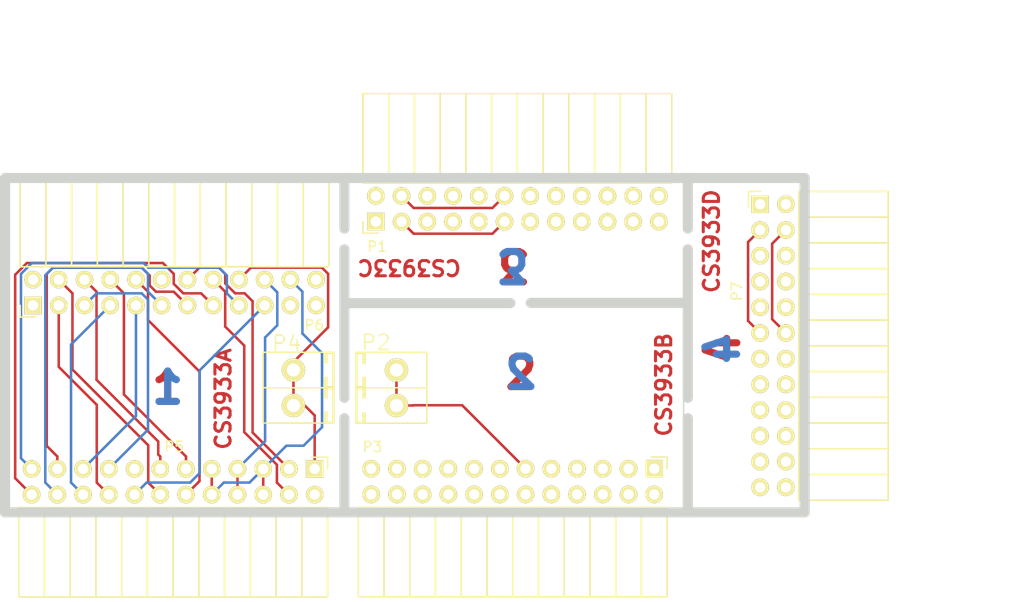
<source format=kicad_pcb>
(kicad_pcb (version 4) (host pcbnew 4.0.2+dfsg1-stable)

  (general
    (links 30)
    (no_connects 2)
    (area 67.612639 74.799999 147.529106 108.800001)
    (thickness 1.6)
    (drawings 27)
    (tracks 168)
    (zones 0)
    (modules 7)
    (nets 95)
  )

  (page A4)
  (layers
    (0 F.Cu signal)
    (31 B.Cu signal)
    (32 B.Adhes user)
    (33 F.Adhes user)
    (34 B.Paste user)
    (35 F.Paste user)
    (36 B.SilkS user)
    (37 F.SilkS user)
    (38 B.Mask user)
    (39 F.Mask user)
    (40 Dwgs.User user)
    (41 Cmts.User user)
    (42 Eco1.User user)
    (43 Eco2.User user)
    (44 Edge.Cuts user)
    (45 Margin user)
    (46 B.CrtYd user)
    (47 F.CrtYd user)
    (48 B.Fab user)
    (49 F.Fab user)
  )

  (setup
    (last_trace_width 0.25)
    (trace_clearance 0.2)
    (zone_clearance 0.508)
    (zone_45_only no)
    (trace_min 0.2)
    (segment_width 0.2)
    (edge_width 0.15)
    (via_size 0.6)
    (via_drill 0.4)
    (via_min_size 0.4)
    (via_min_drill 0.3)
    (uvia_size 0.3)
    (uvia_drill 0.1)
    (uvias_allowed no)
    (uvia_min_size 0.2)
    (uvia_min_drill 0.1)
    (pcb_text_width 0.3)
    (pcb_text_size 1.5 1.5)
    (mod_edge_width 0.15)
    (mod_text_size 1 1)
    (mod_text_width 0.15)
    (pad_size 1.524 1.524)
    (pad_drill 0.762)
    (pad_to_mask_clearance 0.2)
    (aux_axis_origin 0 0)
    (visible_elements FFFFFF7F)
    (pcbplotparams
      (layerselection 0x3ffff_80000001)
      (usegerberextensions false)
      (excludeedgelayer true)
      (linewidth 0.100000)
      (plotframeref false)
      (viasonmask false)
      (mode 1)
      (useauxorigin false)
      (hpglpennumber 1)
      (hpglpenspeed 20)
      (hpglpendiameter 15)
      (hpglpenoverlay 2)
      (psnegative false)
      (psa4output false)
      (plotreference true)
      (plotvalue true)
      (plotinvisibletext false)
      (padsonsilk false)
      (subtractmaskfromsilk false)
      (outputformat 1)
      (mirror false)
      (drillshape 0)
      (scaleselection 1)
      (outputdirectory 03_fabrication/))
  )

  (net 0 "")
  (net 1 "Net-(P1-Pad1)")
  (net 2 "Net-(P1-Pad2)")
  (net 3 "Net-(P1-Pad11)")
  (net 4 "Net-(P1-Pad5)")
  (net 5 "Net-(P1-Pad6)")
  (net 6 "Net-(P1-Pad7)")
  (net 7 "Net-(P1-Pad8)")
  (net 8 "Net-(P1-Pad9)")
  (net 9 "Net-(P1-Pad10)")
  (net 10 "Net-(P1-Pad12)")
  (net 11 "Net-(P1-Pad13)")
  (net 12 "Net-(P1-Pad14)")
  (net 13 "Net-(P1-Pad15)")
  (net 14 "Net-(P1-Pad16)")
  (net 15 "Net-(P1-Pad17)")
  (net 16 "Net-(P1-Pad18)")
  (net 17 "Net-(P1-Pad19)")
  (net 18 "Net-(P1-Pad20)")
  (net 19 "Net-(P1-Pad21)")
  (net 20 "Net-(P1-Pad22)")
  (net 21 "Net-(P1-Pad23)")
  (net 22 "Net-(P1-Pad24)")
  (net 23 "Net-(P2-Pad1)")
  (net 24 "Net-(P3-Pad1)")
  (net 25 "Net-(P3-Pad2)")
  (net 26 "Net-(P3-Pad3)")
  (net 27 "Net-(P3-Pad4)")
  (net 28 "Net-(P3-Pad5)")
  (net 29 "Net-(P3-Pad6)")
  (net 30 "Net-(P3-Pad7)")
  (net 31 "Net-(P3-Pad8)")
  (net 32 "Net-(P3-Pad9)")
  (net 33 "Net-(P3-Pad10)")
  (net 34 "Net-(P3-Pad12)")
  (net 35 "Net-(P3-Pad13)")
  (net 36 "Net-(P3-Pad14)")
  (net 37 "Net-(P3-Pad15)")
  (net 38 "Net-(P3-Pad16)")
  (net 39 "Net-(P3-Pad17)")
  (net 40 "Net-(P3-Pad18)")
  (net 41 "Net-(P3-Pad19)")
  (net 42 "Net-(P3-Pad20)")
  (net 43 "Net-(P3-Pad21)")
  (net 44 "Net-(P3-Pad22)")
  (net 45 "Net-(P3-Pad23)")
  (net 46 "Net-(P3-Pad24)")
  (net 47 "Net-(P4-Pad1)")
  (net 48 "Net-(P5-Pad2)")
  (net 49 "Net-(P5-Pad3)")
  (net 50 "Net-(P5-Pad4)")
  (net 51 "Net-(P5-Pad10)")
  (net 52 "Net-(P5-Pad7)")
  (net 53 "Net-(P5-Pad11)")
  (net 54 "Net-(P5-Pad12)")
  (net 55 "Net-(P5-Pad13)")
  (net 56 "Net-(P5-Pad14)")
  (net 57 "Net-(P5-Pad15)")
  (net 58 "Net-(P5-Pad16)")
  (net 59 "Net-(P5-Pad17)")
  (net 60 "Net-(P5-Pad18)")
  (net 61 "Net-(P5-Pad19)")
  (net 62 "Net-(P5-Pad20)")
  (net 63 "Net-(P5-Pad21)")
  (net 64 "Net-(P5-Pad22)")
  (net 65 "Net-(P5-Pad23)")
  (net 66 "Net-(P5-Pad24)")
  (net 67 "Net-(P6-Pad1)")
  (net 68 "Net-(P6-Pad2)")
  (net 69 "Net-(P6-Pad12)")
  (net 70 "Net-(P6-Pad21)")
  (net 71 "Net-(P6-Pad23)")
  (net 72 "Net-(P6-Pad24)")
  (net 73 "Net-(P7-Pad1)")
  (net 74 "Net-(P7-Pad2)")
  (net 75 "Net-(P7-Pad12)")
  (net 76 "Net-(P7-Pad5)")
  (net 77 "Net-(P7-Pad6)")
  (net 78 "Net-(P7-Pad7)")
  (net 79 "Net-(P7-Pad8)")
  (net 80 "Net-(P7-Pad9)")
  (net 81 "Net-(P7-Pad10)")
  (net 82 "Net-(P7-Pad11)")
  (net 83 "Net-(P7-Pad13)")
  (net 84 "Net-(P7-Pad14)")
  (net 85 "Net-(P7-Pad15)")
  (net 86 "Net-(P7-Pad16)")
  (net 87 "Net-(P7-Pad17)")
  (net 88 "Net-(P7-Pad18)")
  (net 89 "Net-(P7-Pad19)")
  (net 90 "Net-(P7-Pad20)")
  (net 91 "Net-(P7-Pad21)")
  (net 92 "Net-(P7-Pad22)")
  (net 93 "Net-(P7-Pad23)")
  (net 94 "Net-(P7-Pad24)")

  (net_class Default "This is the default net class."
    (clearance 0.2)
    (trace_width 0.25)
    (via_dia 0.6)
    (via_drill 0.4)
    (uvia_dia 0.3)
    (uvia_drill 0.1)
    (add_net "Net-(P1-Pad1)")
    (add_net "Net-(P1-Pad10)")
    (add_net "Net-(P1-Pad11)")
    (add_net "Net-(P1-Pad12)")
    (add_net "Net-(P1-Pad13)")
    (add_net "Net-(P1-Pad14)")
    (add_net "Net-(P1-Pad15)")
    (add_net "Net-(P1-Pad16)")
    (add_net "Net-(P1-Pad17)")
    (add_net "Net-(P1-Pad18)")
    (add_net "Net-(P1-Pad19)")
    (add_net "Net-(P1-Pad2)")
    (add_net "Net-(P1-Pad20)")
    (add_net "Net-(P1-Pad21)")
    (add_net "Net-(P1-Pad22)")
    (add_net "Net-(P1-Pad23)")
    (add_net "Net-(P1-Pad24)")
    (add_net "Net-(P1-Pad5)")
    (add_net "Net-(P1-Pad6)")
    (add_net "Net-(P1-Pad7)")
    (add_net "Net-(P1-Pad8)")
    (add_net "Net-(P1-Pad9)")
    (add_net "Net-(P2-Pad1)")
    (add_net "Net-(P3-Pad1)")
    (add_net "Net-(P3-Pad10)")
    (add_net "Net-(P3-Pad12)")
    (add_net "Net-(P3-Pad13)")
    (add_net "Net-(P3-Pad14)")
    (add_net "Net-(P3-Pad15)")
    (add_net "Net-(P3-Pad16)")
    (add_net "Net-(P3-Pad17)")
    (add_net "Net-(P3-Pad18)")
    (add_net "Net-(P3-Pad19)")
    (add_net "Net-(P3-Pad2)")
    (add_net "Net-(P3-Pad20)")
    (add_net "Net-(P3-Pad21)")
    (add_net "Net-(P3-Pad22)")
    (add_net "Net-(P3-Pad23)")
    (add_net "Net-(P3-Pad24)")
    (add_net "Net-(P3-Pad3)")
    (add_net "Net-(P3-Pad4)")
    (add_net "Net-(P3-Pad5)")
    (add_net "Net-(P3-Pad6)")
    (add_net "Net-(P3-Pad7)")
    (add_net "Net-(P3-Pad8)")
    (add_net "Net-(P3-Pad9)")
    (add_net "Net-(P4-Pad1)")
    (add_net "Net-(P5-Pad10)")
    (add_net "Net-(P5-Pad11)")
    (add_net "Net-(P5-Pad12)")
    (add_net "Net-(P5-Pad13)")
    (add_net "Net-(P5-Pad14)")
    (add_net "Net-(P5-Pad15)")
    (add_net "Net-(P5-Pad16)")
    (add_net "Net-(P5-Pad17)")
    (add_net "Net-(P5-Pad18)")
    (add_net "Net-(P5-Pad19)")
    (add_net "Net-(P5-Pad2)")
    (add_net "Net-(P5-Pad20)")
    (add_net "Net-(P5-Pad21)")
    (add_net "Net-(P5-Pad22)")
    (add_net "Net-(P5-Pad23)")
    (add_net "Net-(P5-Pad24)")
    (add_net "Net-(P5-Pad3)")
    (add_net "Net-(P5-Pad4)")
    (add_net "Net-(P5-Pad7)")
    (add_net "Net-(P6-Pad1)")
    (add_net "Net-(P6-Pad12)")
    (add_net "Net-(P6-Pad2)")
    (add_net "Net-(P6-Pad21)")
    (add_net "Net-(P6-Pad23)")
    (add_net "Net-(P6-Pad24)")
    (add_net "Net-(P7-Pad1)")
    (add_net "Net-(P7-Pad10)")
    (add_net "Net-(P7-Pad11)")
    (add_net "Net-(P7-Pad12)")
    (add_net "Net-(P7-Pad13)")
    (add_net "Net-(P7-Pad14)")
    (add_net "Net-(P7-Pad15)")
    (add_net "Net-(P7-Pad16)")
    (add_net "Net-(P7-Pad17)")
    (add_net "Net-(P7-Pad18)")
    (add_net "Net-(P7-Pad19)")
    (add_net "Net-(P7-Pad2)")
    (add_net "Net-(P7-Pad20)")
    (add_net "Net-(P7-Pad21)")
    (add_net "Net-(P7-Pad22)")
    (add_net "Net-(P7-Pad23)")
    (add_net "Net-(P7-Pad24)")
    (add_net "Net-(P7-Pad5)")
    (add_net "Net-(P7-Pad6)")
    (add_net "Net-(P7-Pad7)")
    (add_net "Net-(P7-Pad8)")
    (add_net "Net-(P7-Pad9)")
  )

  (module saet:Socket_Strip_Angled_2x12_mirrored (layer F.Cu) (tedit 5C49A29D) (tstamp 5C507D8C)
    (at 142.635905 105.830583 90)
    (descr "Through hole socket strip")
    (tags "socket strip")
    (path /5C49A60D)
    (fp_text reference P7 (at 19.346123 -2.293285 90) (layer F.SilkS)
      (effects (font (size 1 1) (thickness 0.15)))
    )
    (fp_text value CONN_02X12_D (at 4.593803 -2.722545 270) (layer F.Fab)
      (effects (font (size 1 1) (thickness 0.15)))
    )
    (fp_line (start -1.75 -1.35) (end -1.75 13.15) (layer F.CrtYd) (width 0.05))
    (fp_line (start 29.7 -1.35) (end 29.7 13.15) (layer F.CrtYd) (width 0.05))
    (fp_line (start -1.75 -1.35) (end 29.7 -1.35) (layer F.CrtYd) (width 0.05))
    (fp_line (start -1.75 13.15) (end 29.7 13.15) (layer F.CrtYd) (width 0.05))
    (fp_line (start 16.51 3.81) (end 16.51 12.64) (layer F.SilkS) (width 0.15))
    (fp_line (start 13.97 3.81) (end 16.51 3.81) (layer F.SilkS) (width 0.15))
    (fp_line (start 13.97 12.64) (end 16.51 12.64) (layer F.SilkS) (width 0.15))
    (fp_line (start 16.51 12.64) (end 16.51 3.81) (layer F.SilkS) (width 0.15))
    (fp_line (start 19.05 3.81) (end 19.05 12.64) (layer F.SilkS) (width 0.15))
    (fp_line (start 16.51 3.81) (end 19.05 3.81) (layer F.SilkS) (width 0.15))
    (fp_line (start 16.51 12.64) (end 19.05 12.64) (layer F.SilkS) (width 0.15))
    (fp_line (start 19.05 12.64) (end 19.05 3.81) (layer F.SilkS) (width 0.15))
    (fp_line (start 21.59 12.64) (end 21.59 3.81) (layer F.SilkS) (width 0.15))
    (fp_line (start 19.05 12.64) (end 21.59 12.64) (layer F.SilkS) (width 0.15))
    (fp_line (start 19.05 3.81) (end 21.59 3.81) (layer F.SilkS) (width 0.15))
    (fp_line (start 21.59 3.81) (end 21.59 12.64) (layer F.SilkS) (width 0.15))
    (fp_line (start 24.13 3.81) (end 24.13 12.64) (layer F.SilkS) (width 0.15))
    (fp_line (start 21.59 3.81) (end 24.13 3.81) (layer F.SilkS) (width 0.15))
    (fp_line (start 21.59 12.64) (end 24.13 12.64) (layer F.SilkS) (width 0.15))
    (fp_line (start 24.13 12.64) (end 24.13 3.81) (layer F.SilkS) (width 0.15))
    (fp_line (start 26.67 12.64) (end 26.67 3.81) (layer F.SilkS) (width 0.15))
    (fp_line (start 24.13 12.64) (end 26.67 12.64) (layer F.SilkS) (width 0.15))
    (fp_line (start 24.13 3.81) (end 26.67 3.81) (layer F.SilkS) (width 0.15))
    (fp_line (start 26.67 3.81) (end 26.67 12.64) (layer F.SilkS) (width 0.15))
    (fp_line (start 29.21 3.81) (end 29.21 12.64) (layer F.SilkS) (width 0.15))
    (fp_line (start 26.67 3.81) (end 29.21 3.81) (layer F.SilkS) (width 0.15))
    (fp_line (start 26.67 12.64) (end 29.21 12.64) (layer F.SilkS) (width 0.15))
    (fp_line (start 29.21 12.64) (end 29.21 3.81) (layer F.SilkS) (width 0.15))
    (fp_line (start 13.97 12.64) (end 13.97 3.81) (layer F.SilkS) (width 0.15))
    (fp_line (start 11.43 12.64) (end 13.97 12.64) (layer F.SilkS) (width 0.15))
    (fp_line (start 11.43 3.81) (end 13.97 3.81) (layer F.SilkS) (width 0.15))
    (fp_line (start 13.97 3.81) (end 13.97 12.64) (layer F.SilkS) (width 0.15))
    (fp_line (start 11.43 3.81) (end 11.43 12.64) (layer F.SilkS) (width 0.15))
    (fp_line (start 8.89 3.81) (end 11.43 3.81) (layer F.SilkS) (width 0.15))
    (fp_line (start 8.89 12.64) (end 11.43 12.64) (layer F.SilkS) (width 0.15))
    (fp_line (start 11.43 12.64) (end 11.43 3.81) (layer F.SilkS) (width 0.15))
    (fp_line (start 8.89 12.64) (end 8.89 3.81) (layer F.SilkS) (width 0.15))
    (fp_line (start 6.35 12.64) (end 8.89 12.64) (layer F.SilkS) (width 0.15))
    (fp_line (start 6.35 3.81) (end 8.89 3.81) (layer F.SilkS) (width 0.15))
    (fp_line (start 8.89 3.81) (end 8.89 12.64) (layer F.SilkS) (width 0.15))
    (fp_line (start 6.35 3.81) (end 6.35 12.64) (layer F.SilkS) (width 0.15))
    (fp_line (start 3.81 3.81) (end 6.35 3.81) (layer F.SilkS) (width 0.15))
    (fp_line (start 3.81 12.64) (end 6.35 12.64) (layer F.SilkS) (width 0.15))
    (fp_line (start 6.35 12.64) (end 6.35 3.81) (layer F.SilkS) (width 0.15))
    (fp_line (start 3.81 12.64) (end 3.81 3.81) (layer F.SilkS) (width 0.15))
    (fp_line (start 1.27 12.64) (end 3.81 12.64) (layer F.SilkS) (width 0.15))
    (fp_line (start 1.27 3.81) (end 3.81 3.81) (layer F.SilkS) (width 0.15))
    (fp_line (start 3.81 3.81) (end 3.81 12.64) (layer F.SilkS) (width 0.15))
    (fp_line (start 1.27 3.81) (end 1.27 12.64) (layer F.SilkS) (width 0.15))
    (fp_line (start -1.27 3.81) (end 1.27 3.81) (layer F.SilkS) (width 0.15))
    (fp_line (start 29.21 -1.15) (end 27.66 -1.15) (layer F.SilkS) (width 0.15))
    (fp_line (start 29.21 -1.15) (end 29.21 0) (layer F.SilkS) (width 0.15))
    (fp_line (start -1.27 3.81) (end -1.27 12.64) (layer F.SilkS) (width 0.15))
    (fp_line (start -1.27 12.64) (end 1.27 12.64) (layer F.SilkS) (width 0.15))
    (fp_line (start 1.27 12.64) (end 1.27 3.81) (layer F.SilkS) (width 0.15))
    (pad 23 thru_hole oval (at 0 0 90) (size 1.7272 1.7272) (drill 1.016) (layers *.Cu *.Mask F.SilkS)
      (net 93 "Net-(P7-Pad23)"))
    (pad 24 thru_hole oval (at 0 2.54 90) (size 1.7272 1.7272) (drill 1.016) (layers *.Cu *.Mask F.SilkS)
      (net 94 "Net-(P7-Pad24)"))
    (pad 21 thru_hole oval (at 2.54 0 90) (size 1.7272 1.7272) (drill 1.016) (layers *.Cu *.Mask F.SilkS)
      (net 91 "Net-(P7-Pad21)"))
    (pad 22 thru_hole oval (at 2.54 2.54 90) (size 1.7272 1.7272) (drill 1.016) (layers *.Cu *.Mask F.SilkS)
      (net 92 "Net-(P7-Pad22)"))
    (pad 19 thru_hole oval (at 5.08 0 90) (size 1.7272 1.7272) (drill 1.016) (layers *.Cu *.Mask F.SilkS)
      (net 89 "Net-(P7-Pad19)"))
    (pad 20 thru_hole oval (at 5.08 2.54 90) (size 1.7272 1.7272) (drill 1.016) (layers *.Cu *.Mask F.SilkS)
      (net 90 "Net-(P7-Pad20)"))
    (pad 17 thru_hole oval (at 7.62 0 90) (size 1.7272 1.7272) (drill 1.016) (layers *.Cu *.Mask F.SilkS)
      (net 87 "Net-(P7-Pad17)"))
    (pad 18 thru_hole oval (at 7.62 2.54 90) (size 1.7272 1.7272) (drill 1.016) (layers *.Cu *.Mask F.SilkS)
      (net 88 "Net-(P7-Pad18)"))
    (pad 15 thru_hole oval (at 10.16 0 90) (size 1.7272 1.7272) (drill 1.016) (layers *.Cu *.Mask F.SilkS)
      (net 85 "Net-(P7-Pad15)"))
    (pad 16 thru_hole oval (at 10.16 2.54 90) (size 1.7272 1.7272) (drill 1.016) (layers *.Cu *.Mask F.SilkS)
      (net 86 "Net-(P7-Pad16)"))
    (pad 13 thru_hole oval (at 12.7 0 90) (size 1.7272 1.7272) (drill 1.016) (layers *.Cu *.Mask F.SilkS)
      (net 83 "Net-(P7-Pad13)"))
    (pad 14 thru_hole oval (at 12.7 2.54 90) (size 1.7272 1.7272) (drill 1.016) (layers *.Cu *.Mask F.SilkS)
      (net 84 "Net-(P7-Pad14)"))
    (pad 11 thru_hole oval (at 15.24 0 90) (size 1.7272 1.7272) (drill 1.016) (layers *.Cu *.Mask F.SilkS)
      (net 82 "Net-(P7-Pad11)"))
    (pad 12 thru_hole oval (at 15.24 2.54 90) (size 1.7272 1.7272) (drill 1.016) (layers *.Cu *.Mask F.SilkS)
      (net 75 "Net-(P7-Pad12)"))
    (pad 9 thru_hole oval (at 17.78 0 90) (size 1.7272 1.7272) (drill 1.016) (layers *.Cu *.Mask F.SilkS)
      (net 80 "Net-(P7-Pad9)"))
    (pad 10 thru_hole oval (at 17.78 2.54 90) (size 1.7272 1.7272) (drill 1.016) (layers *.Cu *.Mask F.SilkS)
      (net 81 "Net-(P7-Pad10)"))
    (pad 7 thru_hole oval (at 20.32 0 90) (size 1.7272 1.7272) (drill 1.016) (layers *.Cu *.Mask F.SilkS)
      (net 78 "Net-(P7-Pad7)"))
    (pad 8 thru_hole oval (at 20.32 2.54 90) (size 1.7272 1.7272) (drill 1.016) (layers *.Cu *.Mask F.SilkS)
      (net 79 "Net-(P7-Pad8)"))
    (pad 5 thru_hole oval (at 22.86 0 90) (size 1.7272 1.7272) (drill 1.016) (layers *.Cu *.Mask F.SilkS)
      (net 76 "Net-(P7-Pad5)"))
    (pad 6 thru_hole oval (at 22.86 2.54 90) (size 1.7272 1.7272) (drill 1.016) (layers *.Cu *.Mask F.SilkS)
      (net 77 "Net-(P7-Pad6)"))
    (pad 3 thru_hole oval (at 25.4 0 90) (size 1.7272 1.7272) (drill 1.016) (layers *.Cu *.Mask F.SilkS)
      (net 82 "Net-(P7-Pad11)"))
    (pad 4 thru_hole oval (at 25.4 2.54 90) (size 1.7272 1.7272) (drill 1.016) (layers *.Cu *.Mask F.SilkS)
      (net 75 "Net-(P7-Pad12)"))
    (pad 1 thru_hole rect (at 27.94 0 90) (size 1.7272 1.7272) (drill 1.016) (layers *.Cu *.Mask F.SilkS)
      (net 73 "Net-(P7-Pad1)"))
    (pad 2 thru_hole oval (at 27.94 2.54 90) (size 1.7272 1.7272) (drill 1.016) (layers *.Cu *.Mask F.SilkS)
      (net 74 "Net-(P7-Pad2)"))
    (model Socket_Strips.3dshapes/Socket_Strip_Angled_2x12.wrl
      (at (xyz 0.55 -0.05 0))
      (scale (xyz 1 1 1))
      (rotate (xyz 0 0 180))
    )
  )

  (module saet:Socket_Strip_Angled_2x12_mirrored (layer F.Cu) (tedit 5C49A29D) (tstamp 5C507CD6)
    (at 132.64642 79.60614 180)
    (descr "Through hole socket strip")
    (tags "socket strip")
    (path /5C49A5B5)
    (fp_text reference P1 (at 27.81808 -2.46126 180) (layer F.SilkS)
      (effects (font (size 1 1) (thickness 0.15)))
    )
    (fp_text value CONN_02X12_C (at 4.29006 -2.55524 180) (layer F.Fab)
      (effects (font (size 1 1) (thickness 0.15)))
    )
    (fp_line (start -1.75 -1.35) (end -1.75 13.15) (layer F.CrtYd) (width 0.05))
    (fp_line (start 29.7 -1.35) (end 29.7 13.15) (layer F.CrtYd) (width 0.05))
    (fp_line (start -1.75 -1.35) (end 29.7 -1.35) (layer F.CrtYd) (width 0.05))
    (fp_line (start -1.75 13.15) (end 29.7 13.15) (layer F.CrtYd) (width 0.05))
    (fp_line (start 16.51 3.81) (end 16.51 12.64) (layer F.SilkS) (width 0.15))
    (fp_line (start 13.97 3.81) (end 16.51 3.81) (layer F.SilkS) (width 0.15))
    (fp_line (start 13.97 12.64) (end 16.51 12.64) (layer F.SilkS) (width 0.15))
    (fp_line (start 16.51 12.64) (end 16.51 3.81) (layer F.SilkS) (width 0.15))
    (fp_line (start 19.05 3.81) (end 19.05 12.64) (layer F.SilkS) (width 0.15))
    (fp_line (start 16.51 3.81) (end 19.05 3.81) (layer F.SilkS) (width 0.15))
    (fp_line (start 16.51 12.64) (end 19.05 12.64) (layer F.SilkS) (width 0.15))
    (fp_line (start 19.05 12.64) (end 19.05 3.81) (layer F.SilkS) (width 0.15))
    (fp_line (start 21.59 12.64) (end 21.59 3.81) (layer F.SilkS) (width 0.15))
    (fp_line (start 19.05 12.64) (end 21.59 12.64) (layer F.SilkS) (width 0.15))
    (fp_line (start 19.05 3.81) (end 21.59 3.81) (layer F.SilkS) (width 0.15))
    (fp_line (start 21.59 3.81) (end 21.59 12.64) (layer F.SilkS) (width 0.15))
    (fp_line (start 24.13 3.81) (end 24.13 12.64) (layer F.SilkS) (width 0.15))
    (fp_line (start 21.59 3.81) (end 24.13 3.81) (layer F.SilkS) (width 0.15))
    (fp_line (start 21.59 12.64) (end 24.13 12.64) (layer F.SilkS) (width 0.15))
    (fp_line (start 24.13 12.64) (end 24.13 3.81) (layer F.SilkS) (width 0.15))
    (fp_line (start 26.67 12.64) (end 26.67 3.81) (layer F.SilkS) (width 0.15))
    (fp_line (start 24.13 12.64) (end 26.67 12.64) (layer F.SilkS) (width 0.15))
    (fp_line (start 24.13 3.81) (end 26.67 3.81) (layer F.SilkS) (width 0.15))
    (fp_line (start 26.67 3.81) (end 26.67 12.64) (layer F.SilkS) (width 0.15))
    (fp_line (start 29.21 3.81) (end 29.21 12.64) (layer F.SilkS) (width 0.15))
    (fp_line (start 26.67 3.81) (end 29.21 3.81) (layer F.SilkS) (width 0.15))
    (fp_line (start 26.67 12.64) (end 29.21 12.64) (layer F.SilkS) (width 0.15))
    (fp_line (start 29.21 12.64) (end 29.21 3.81) (layer F.SilkS) (width 0.15))
    (fp_line (start 13.97 12.64) (end 13.97 3.81) (layer F.SilkS) (width 0.15))
    (fp_line (start 11.43 12.64) (end 13.97 12.64) (layer F.SilkS) (width 0.15))
    (fp_line (start 11.43 3.81) (end 13.97 3.81) (layer F.SilkS) (width 0.15))
    (fp_line (start 13.97 3.81) (end 13.97 12.64) (layer F.SilkS) (width 0.15))
    (fp_line (start 11.43 3.81) (end 11.43 12.64) (layer F.SilkS) (width 0.15))
    (fp_line (start 8.89 3.81) (end 11.43 3.81) (layer F.SilkS) (width 0.15))
    (fp_line (start 8.89 12.64) (end 11.43 12.64) (layer F.SilkS) (width 0.15))
    (fp_line (start 11.43 12.64) (end 11.43 3.81) (layer F.SilkS) (width 0.15))
    (fp_line (start 8.89 12.64) (end 8.89 3.81) (layer F.SilkS) (width 0.15))
    (fp_line (start 6.35 12.64) (end 8.89 12.64) (layer F.SilkS) (width 0.15))
    (fp_line (start 6.35 3.81) (end 8.89 3.81) (layer F.SilkS) (width 0.15))
    (fp_line (start 8.89 3.81) (end 8.89 12.64) (layer F.SilkS) (width 0.15))
    (fp_line (start 6.35 3.81) (end 6.35 12.64) (layer F.SilkS) (width 0.15))
    (fp_line (start 3.81 3.81) (end 6.35 3.81) (layer F.SilkS) (width 0.15))
    (fp_line (start 3.81 12.64) (end 6.35 12.64) (layer F.SilkS) (width 0.15))
    (fp_line (start 6.35 12.64) (end 6.35 3.81) (layer F.SilkS) (width 0.15))
    (fp_line (start 3.81 12.64) (end 3.81 3.81) (layer F.SilkS) (width 0.15))
    (fp_line (start 1.27 12.64) (end 3.81 12.64) (layer F.SilkS) (width 0.15))
    (fp_line (start 1.27 3.81) (end 3.81 3.81) (layer F.SilkS) (width 0.15))
    (fp_line (start 3.81 3.81) (end 3.81 12.64) (layer F.SilkS) (width 0.15))
    (fp_line (start 1.27 3.81) (end 1.27 12.64) (layer F.SilkS) (width 0.15))
    (fp_line (start -1.27 3.81) (end 1.27 3.81) (layer F.SilkS) (width 0.15))
    (fp_line (start 29.21 -1.15) (end 27.66 -1.15) (layer F.SilkS) (width 0.15))
    (fp_line (start 29.21 -1.15) (end 29.21 0) (layer F.SilkS) (width 0.15))
    (fp_line (start -1.27 3.81) (end -1.27 12.64) (layer F.SilkS) (width 0.15))
    (fp_line (start -1.27 12.64) (end 1.27 12.64) (layer F.SilkS) (width 0.15))
    (fp_line (start 1.27 12.64) (end 1.27 3.81) (layer F.SilkS) (width 0.15))
    (pad 23 thru_hole oval (at 0 0 180) (size 1.7272 1.7272) (drill 1.016) (layers *.Cu *.Mask F.SilkS)
      (net 21 "Net-(P1-Pad23)"))
    (pad 24 thru_hole oval (at 0 2.54 180) (size 1.7272 1.7272) (drill 1.016) (layers *.Cu *.Mask F.SilkS)
      (net 22 "Net-(P1-Pad24)"))
    (pad 21 thru_hole oval (at 2.54 0 180) (size 1.7272 1.7272) (drill 1.016) (layers *.Cu *.Mask F.SilkS)
      (net 19 "Net-(P1-Pad21)"))
    (pad 22 thru_hole oval (at 2.54 2.54 180) (size 1.7272 1.7272) (drill 1.016) (layers *.Cu *.Mask F.SilkS)
      (net 20 "Net-(P1-Pad22)"))
    (pad 19 thru_hole oval (at 5.08 0 180) (size 1.7272 1.7272) (drill 1.016) (layers *.Cu *.Mask F.SilkS)
      (net 17 "Net-(P1-Pad19)"))
    (pad 20 thru_hole oval (at 5.08 2.54 180) (size 1.7272 1.7272) (drill 1.016) (layers *.Cu *.Mask F.SilkS)
      (net 18 "Net-(P1-Pad20)"))
    (pad 17 thru_hole oval (at 7.62 0 180) (size 1.7272 1.7272) (drill 1.016) (layers *.Cu *.Mask F.SilkS)
      (net 15 "Net-(P1-Pad17)"))
    (pad 18 thru_hole oval (at 7.62 2.54 180) (size 1.7272 1.7272) (drill 1.016) (layers *.Cu *.Mask F.SilkS)
      (net 16 "Net-(P1-Pad18)"))
    (pad 15 thru_hole oval (at 10.16 0 180) (size 1.7272 1.7272) (drill 1.016) (layers *.Cu *.Mask F.SilkS)
      (net 13 "Net-(P1-Pad15)"))
    (pad 16 thru_hole oval (at 10.16 2.54 180) (size 1.7272 1.7272) (drill 1.016) (layers *.Cu *.Mask F.SilkS)
      (net 14 "Net-(P1-Pad16)"))
    (pad 13 thru_hole oval (at 12.7 0 180) (size 1.7272 1.7272) (drill 1.016) (layers *.Cu *.Mask F.SilkS)
      (net 11 "Net-(P1-Pad13)"))
    (pad 14 thru_hole oval (at 12.7 2.54 180) (size 1.7272 1.7272) (drill 1.016) (layers *.Cu *.Mask F.SilkS)
      (net 12 "Net-(P1-Pad14)"))
    (pad 11 thru_hole oval (at 15.24 0 180) (size 1.7272 1.7272) (drill 1.016) (layers *.Cu *.Mask F.SilkS)
      (net 3 "Net-(P1-Pad11)"))
    (pad 12 thru_hole oval (at 15.24 2.54 180) (size 1.7272 1.7272) (drill 1.016) (layers *.Cu *.Mask F.SilkS)
      (net 10 "Net-(P1-Pad12)"))
    (pad 9 thru_hole oval (at 17.78 0 180) (size 1.7272 1.7272) (drill 1.016) (layers *.Cu *.Mask F.SilkS)
      (net 8 "Net-(P1-Pad9)"))
    (pad 10 thru_hole oval (at 17.78 2.54 180) (size 1.7272 1.7272) (drill 1.016) (layers *.Cu *.Mask F.SilkS)
      (net 9 "Net-(P1-Pad10)"))
    (pad 7 thru_hole oval (at 20.32 0 180) (size 1.7272 1.7272) (drill 1.016) (layers *.Cu *.Mask F.SilkS)
      (net 6 "Net-(P1-Pad7)"))
    (pad 8 thru_hole oval (at 20.32 2.54 180) (size 1.7272 1.7272) (drill 1.016) (layers *.Cu *.Mask F.SilkS)
      (net 7 "Net-(P1-Pad8)"))
    (pad 5 thru_hole oval (at 22.86 0 180) (size 1.7272 1.7272) (drill 1.016) (layers *.Cu *.Mask F.SilkS)
      (net 4 "Net-(P1-Pad5)"))
    (pad 6 thru_hole oval (at 22.86 2.54 180) (size 1.7272 1.7272) (drill 1.016) (layers *.Cu *.Mask F.SilkS)
      (net 5 "Net-(P1-Pad6)"))
    (pad 3 thru_hole oval (at 25.4 0 180) (size 1.7272 1.7272) (drill 1.016) (layers *.Cu *.Mask F.SilkS)
      (net 3 "Net-(P1-Pad11)"))
    (pad 4 thru_hole oval (at 25.4 2.54 180) (size 1.7272 1.7272) (drill 1.016) (layers *.Cu *.Mask F.SilkS)
      (net 10 "Net-(P1-Pad12)"))
    (pad 1 thru_hole rect (at 27.94 0 180) (size 1.7272 1.7272) (drill 1.016) (layers *.Cu *.Mask F.SilkS)
      (net 1 "Net-(P1-Pad1)"))
    (pad 2 thru_hole oval (at 27.94 2.54 180) (size 1.7272 1.7272) (drill 1.016) (layers *.Cu *.Mask F.SilkS)
      (net 2 "Net-(P1-Pad2)"))
    (model Socket_Strips.3dshapes/Socket_Strip_Angled_2x12.wrl
      (at (xyz 0.55 -0.05 0))
      (scale (xyz 1 1 1))
      (rotate (xyz 0 0 180))
    )
  )

  (module saet:Socket_Strip_Angled_2x12_mirrored (layer F.Cu) (tedit 5C49A29D) (tstamp 5C507D09)
    (at 104.247216 103.989516)
    (descr "Through hole socket strip")
    (tags "socket strip")
    (path /5C49A1D5)
    (fp_text reference P3 (at 0.131544 -2.143136) (layer F.SilkS)
      (effects (font (size 1 1) (thickness 0.15)))
    )
    (fp_text value CONN_02X12_B (at 23.748464 -2.417456) (layer F.Fab)
      (effects (font (size 1 1) (thickness 0.15)))
    )
    (fp_line (start -1.75 -1.35) (end -1.75 13.15) (layer F.CrtYd) (width 0.05))
    (fp_line (start 29.7 -1.35) (end 29.7 13.15) (layer F.CrtYd) (width 0.05))
    (fp_line (start -1.75 -1.35) (end 29.7 -1.35) (layer F.CrtYd) (width 0.05))
    (fp_line (start -1.75 13.15) (end 29.7 13.15) (layer F.CrtYd) (width 0.05))
    (fp_line (start 16.51 3.81) (end 16.51 12.64) (layer F.SilkS) (width 0.15))
    (fp_line (start 13.97 3.81) (end 16.51 3.81) (layer F.SilkS) (width 0.15))
    (fp_line (start 13.97 12.64) (end 16.51 12.64) (layer F.SilkS) (width 0.15))
    (fp_line (start 16.51 12.64) (end 16.51 3.81) (layer F.SilkS) (width 0.15))
    (fp_line (start 19.05 3.81) (end 19.05 12.64) (layer F.SilkS) (width 0.15))
    (fp_line (start 16.51 3.81) (end 19.05 3.81) (layer F.SilkS) (width 0.15))
    (fp_line (start 16.51 12.64) (end 19.05 12.64) (layer F.SilkS) (width 0.15))
    (fp_line (start 19.05 12.64) (end 19.05 3.81) (layer F.SilkS) (width 0.15))
    (fp_line (start 21.59 12.64) (end 21.59 3.81) (layer F.SilkS) (width 0.15))
    (fp_line (start 19.05 12.64) (end 21.59 12.64) (layer F.SilkS) (width 0.15))
    (fp_line (start 19.05 3.81) (end 21.59 3.81) (layer F.SilkS) (width 0.15))
    (fp_line (start 21.59 3.81) (end 21.59 12.64) (layer F.SilkS) (width 0.15))
    (fp_line (start 24.13 3.81) (end 24.13 12.64) (layer F.SilkS) (width 0.15))
    (fp_line (start 21.59 3.81) (end 24.13 3.81) (layer F.SilkS) (width 0.15))
    (fp_line (start 21.59 12.64) (end 24.13 12.64) (layer F.SilkS) (width 0.15))
    (fp_line (start 24.13 12.64) (end 24.13 3.81) (layer F.SilkS) (width 0.15))
    (fp_line (start 26.67 12.64) (end 26.67 3.81) (layer F.SilkS) (width 0.15))
    (fp_line (start 24.13 12.64) (end 26.67 12.64) (layer F.SilkS) (width 0.15))
    (fp_line (start 24.13 3.81) (end 26.67 3.81) (layer F.SilkS) (width 0.15))
    (fp_line (start 26.67 3.81) (end 26.67 12.64) (layer F.SilkS) (width 0.15))
    (fp_line (start 29.21 3.81) (end 29.21 12.64) (layer F.SilkS) (width 0.15))
    (fp_line (start 26.67 3.81) (end 29.21 3.81) (layer F.SilkS) (width 0.15))
    (fp_line (start 26.67 12.64) (end 29.21 12.64) (layer F.SilkS) (width 0.15))
    (fp_line (start 29.21 12.64) (end 29.21 3.81) (layer F.SilkS) (width 0.15))
    (fp_line (start 13.97 12.64) (end 13.97 3.81) (layer F.SilkS) (width 0.15))
    (fp_line (start 11.43 12.64) (end 13.97 12.64) (layer F.SilkS) (width 0.15))
    (fp_line (start 11.43 3.81) (end 13.97 3.81) (layer F.SilkS) (width 0.15))
    (fp_line (start 13.97 3.81) (end 13.97 12.64) (layer F.SilkS) (width 0.15))
    (fp_line (start 11.43 3.81) (end 11.43 12.64) (layer F.SilkS) (width 0.15))
    (fp_line (start 8.89 3.81) (end 11.43 3.81) (layer F.SilkS) (width 0.15))
    (fp_line (start 8.89 12.64) (end 11.43 12.64) (layer F.SilkS) (width 0.15))
    (fp_line (start 11.43 12.64) (end 11.43 3.81) (layer F.SilkS) (width 0.15))
    (fp_line (start 8.89 12.64) (end 8.89 3.81) (layer F.SilkS) (width 0.15))
    (fp_line (start 6.35 12.64) (end 8.89 12.64) (layer F.SilkS) (width 0.15))
    (fp_line (start 6.35 3.81) (end 8.89 3.81) (layer F.SilkS) (width 0.15))
    (fp_line (start 8.89 3.81) (end 8.89 12.64) (layer F.SilkS) (width 0.15))
    (fp_line (start 6.35 3.81) (end 6.35 12.64) (layer F.SilkS) (width 0.15))
    (fp_line (start 3.81 3.81) (end 6.35 3.81) (layer F.SilkS) (width 0.15))
    (fp_line (start 3.81 12.64) (end 6.35 12.64) (layer F.SilkS) (width 0.15))
    (fp_line (start 6.35 12.64) (end 6.35 3.81) (layer F.SilkS) (width 0.15))
    (fp_line (start 3.81 12.64) (end 3.81 3.81) (layer F.SilkS) (width 0.15))
    (fp_line (start 1.27 12.64) (end 3.81 12.64) (layer F.SilkS) (width 0.15))
    (fp_line (start 1.27 3.81) (end 3.81 3.81) (layer F.SilkS) (width 0.15))
    (fp_line (start 3.81 3.81) (end 3.81 12.64) (layer F.SilkS) (width 0.15))
    (fp_line (start 1.27 3.81) (end 1.27 12.64) (layer F.SilkS) (width 0.15))
    (fp_line (start -1.27 3.81) (end 1.27 3.81) (layer F.SilkS) (width 0.15))
    (fp_line (start 29.21 -1.15) (end 27.66 -1.15) (layer F.SilkS) (width 0.15))
    (fp_line (start 29.21 -1.15) (end 29.21 0) (layer F.SilkS) (width 0.15))
    (fp_line (start -1.27 3.81) (end -1.27 12.64) (layer F.SilkS) (width 0.15))
    (fp_line (start -1.27 12.64) (end 1.27 12.64) (layer F.SilkS) (width 0.15))
    (fp_line (start 1.27 12.64) (end 1.27 3.81) (layer F.SilkS) (width 0.15))
    (pad 23 thru_hole oval (at 0 0) (size 1.7272 1.7272) (drill 1.016) (layers *.Cu *.Mask F.SilkS)
      (net 45 "Net-(P3-Pad23)"))
    (pad 24 thru_hole oval (at 0 2.54) (size 1.7272 1.7272) (drill 1.016) (layers *.Cu *.Mask F.SilkS)
      (net 46 "Net-(P3-Pad24)"))
    (pad 21 thru_hole oval (at 2.54 0) (size 1.7272 1.7272) (drill 1.016) (layers *.Cu *.Mask F.SilkS)
      (net 43 "Net-(P3-Pad21)"))
    (pad 22 thru_hole oval (at 2.54 2.54) (size 1.7272 1.7272) (drill 1.016) (layers *.Cu *.Mask F.SilkS)
      (net 44 "Net-(P3-Pad22)"))
    (pad 19 thru_hole oval (at 5.08 0) (size 1.7272 1.7272) (drill 1.016) (layers *.Cu *.Mask F.SilkS)
      (net 41 "Net-(P3-Pad19)"))
    (pad 20 thru_hole oval (at 5.08 2.54) (size 1.7272 1.7272) (drill 1.016) (layers *.Cu *.Mask F.SilkS)
      (net 42 "Net-(P3-Pad20)"))
    (pad 17 thru_hole oval (at 7.62 0) (size 1.7272 1.7272) (drill 1.016) (layers *.Cu *.Mask F.SilkS)
      (net 39 "Net-(P3-Pad17)"))
    (pad 18 thru_hole oval (at 7.62 2.54) (size 1.7272 1.7272) (drill 1.016) (layers *.Cu *.Mask F.SilkS)
      (net 40 "Net-(P3-Pad18)"))
    (pad 15 thru_hole oval (at 10.16 0) (size 1.7272 1.7272) (drill 1.016) (layers *.Cu *.Mask F.SilkS)
      (net 37 "Net-(P3-Pad15)"))
    (pad 16 thru_hole oval (at 10.16 2.54) (size 1.7272 1.7272) (drill 1.016) (layers *.Cu *.Mask F.SilkS)
      (net 38 "Net-(P3-Pad16)"))
    (pad 13 thru_hole oval (at 12.7 0) (size 1.7272 1.7272) (drill 1.016) (layers *.Cu *.Mask F.SilkS)
      (net 35 "Net-(P3-Pad13)"))
    (pad 14 thru_hole oval (at 12.7 2.54) (size 1.7272 1.7272) (drill 1.016) (layers *.Cu *.Mask F.SilkS)
      (net 36 "Net-(P3-Pad14)"))
    (pad 11 thru_hole oval (at 15.24 0) (size 1.7272 1.7272) (drill 1.016) (layers *.Cu *.Mask F.SilkS)
      (net 23 "Net-(P2-Pad1)"))
    (pad 12 thru_hole oval (at 15.24 2.54) (size 1.7272 1.7272) (drill 1.016) (layers *.Cu *.Mask F.SilkS)
      (net 34 "Net-(P3-Pad12)"))
    (pad 9 thru_hole oval (at 17.78 0) (size 1.7272 1.7272) (drill 1.016) (layers *.Cu *.Mask F.SilkS)
      (net 32 "Net-(P3-Pad9)"))
    (pad 10 thru_hole oval (at 17.78 2.54) (size 1.7272 1.7272) (drill 1.016) (layers *.Cu *.Mask F.SilkS)
      (net 33 "Net-(P3-Pad10)"))
    (pad 7 thru_hole oval (at 20.32 0) (size 1.7272 1.7272) (drill 1.016) (layers *.Cu *.Mask F.SilkS)
      (net 30 "Net-(P3-Pad7)"))
    (pad 8 thru_hole oval (at 20.32 2.54) (size 1.7272 1.7272) (drill 1.016) (layers *.Cu *.Mask F.SilkS)
      (net 31 "Net-(P3-Pad8)"))
    (pad 5 thru_hole oval (at 22.86 0) (size 1.7272 1.7272) (drill 1.016) (layers *.Cu *.Mask F.SilkS)
      (net 28 "Net-(P3-Pad5)"))
    (pad 6 thru_hole oval (at 22.86 2.54) (size 1.7272 1.7272) (drill 1.016) (layers *.Cu *.Mask F.SilkS)
      (net 29 "Net-(P3-Pad6)"))
    (pad 3 thru_hole oval (at 25.4 0) (size 1.7272 1.7272) (drill 1.016) (layers *.Cu *.Mask F.SilkS)
      (net 26 "Net-(P3-Pad3)"))
    (pad 4 thru_hole oval (at 25.4 2.54) (size 1.7272 1.7272) (drill 1.016) (layers *.Cu *.Mask F.SilkS)
      (net 27 "Net-(P3-Pad4)"))
    (pad 1 thru_hole rect (at 27.94 0) (size 1.7272 1.7272) (drill 1.016) (layers *.Cu *.Mask F.SilkS)
      (net 24 "Net-(P3-Pad1)"))
    (pad 2 thru_hole oval (at 27.94 2.54) (size 1.7272 1.7272) (drill 1.016) (layers *.Cu *.Mask F.SilkS)
      (net 25 "Net-(P3-Pad2)"))
    (model Socket_Strips.3dshapes/Socket_Strip_Angled_2x12.wrl
      (at (xyz 0.55 -0.05 0))
      (scale (xyz 1 1 1))
      (rotate (xyz 0 0 180))
    )
  )

  (module saet:Socket_Strip_Angled_2x12_mirrored (layer F.Cu) (tedit 5C49A29D) (tstamp 5C507D64)
    (at 98.81108 87.8713 180)
    (descr "Through hole socket strip")
    (tags "socket strip")
    (path /5C499600)
    (fp_text reference P6 (at 0.1905 -1.95072 180) (layer F.SilkS)
      (effects (font (size 1 1) (thickness 0.15)))
    )
    (fp_text value CONN_02X12_old (at 5.36194 5.13334 180) (layer F.Fab)
      (effects (font (size 1 1) (thickness 0.15)))
    )
    (fp_line (start -1.75 -1.35) (end -1.75 13.15) (layer F.CrtYd) (width 0.05))
    (fp_line (start 29.7 -1.35) (end 29.7 13.15) (layer F.CrtYd) (width 0.05))
    (fp_line (start -1.75 -1.35) (end 29.7 -1.35) (layer F.CrtYd) (width 0.05))
    (fp_line (start -1.75 13.15) (end 29.7 13.15) (layer F.CrtYd) (width 0.05))
    (fp_line (start 16.51 3.81) (end 16.51 12.64) (layer F.SilkS) (width 0.15))
    (fp_line (start 13.97 3.81) (end 16.51 3.81) (layer F.SilkS) (width 0.15))
    (fp_line (start 13.97 12.64) (end 16.51 12.64) (layer F.SilkS) (width 0.15))
    (fp_line (start 16.51 12.64) (end 16.51 3.81) (layer F.SilkS) (width 0.15))
    (fp_line (start 19.05 3.81) (end 19.05 12.64) (layer F.SilkS) (width 0.15))
    (fp_line (start 16.51 3.81) (end 19.05 3.81) (layer F.SilkS) (width 0.15))
    (fp_line (start 16.51 12.64) (end 19.05 12.64) (layer F.SilkS) (width 0.15))
    (fp_line (start 19.05 12.64) (end 19.05 3.81) (layer F.SilkS) (width 0.15))
    (fp_line (start 21.59 12.64) (end 21.59 3.81) (layer F.SilkS) (width 0.15))
    (fp_line (start 19.05 12.64) (end 21.59 12.64) (layer F.SilkS) (width 0.15))
    (fp_line (start 19.05 3.81) (end 21.59 3.81) (layer F.SilkS) (width 0.15))
    (fp_line (start 21.59 3.81) (end 21.59 12.64) (layer F.SilkS) (width 0.15))
    (fp_line (start 24.13 3.81) (end 24.13 12.64) (layer F.SilkS) (width 0.15))
    (fp_line (start 21.59 3.81) (end 24.13 3.81) (layer F.SilkS) (width 0.15))
    (fp_line (start 21.59 12.64) (end 24.13 12.64) (layer F.SilkS) (width 0.15))
    (fp_line (start 24.13 12.64) (end 24.13 3.81) (layer F.SilkS) (width 0.15))
    (fp_line (start 26.67 12.64) (end 26.67 3.81) (layer F.SilkS) (width 0.15))
    (fp_line (start 24.13 12.64) (end 26.67 12.64) (layer F.SilkS) (width 0.15))
    (fp_line (start 24.13 3.81) (end 26.67 3.81) (layer F.SilkS) (width 0.15))
    (fp_line (start 26.67 3.81) (end 26.67 12.64) (layer F.SilkS) (width 0.15))
    (fp_line (start 29.21 3.81) (end 29.21 12.64) (layer F.SilkS) (width 0.15))
    (fp_line (start 26.67 3.81) (end 29.21 3.81) (layer F.SilkS) (width 0.15))
    (fp_line (start 26.67 12.64) (end 29.21 12.64) (layer F.SilkS) (width 0.15))
    (fp_line (start 29.21 12.64) (end 29.21 3.81) (layer F.SilkS) (width 0.15))
    (fp_line (start 13.97 12.64) (end 13.97 3.81) (layer F.SilkS) (width 0.15))
    (fp_line (start 11.43 12.64) (end 13.97 12.64) (layer F.SilkS) (width 0.15))
    (fp_line (start 11.43 3.81) (end 13.97 3.81) (layer F.SilkS) (width 0.15))
    (fp_line (start 13.97 3.81) (end 13.97 12.64) (layer F.SilkS) (width 0.15))
    (fp_line (start 11.43 3.81) (end 11.43 12.64) (layer F.SilkS) (width 0.15))
    (fp_line (start 8.89 3.81) (end 11.43 3.81) (layer F.SilkS) (width 0.15))
    (fp_line (start 8.89 12.64) (end 11.43 12.64) (layer F.SilkS) (width 0.15))
    (fp_line (start 11.43 12.64) (end 11.43 3.81) (layer F.SilkS) (width 0.15))
    (fp_line (start 8.89 12.64) (end 8.89 3.81) (layer F.SilkS) (width 0.15))
    (fp_line (start 6.35 12.64) (end 8.89 12.64) (layer F.SilkS) (width 0.15))
    (fp_line (start 6.35 3.81) (end 8.89 3.81) (layer F.SilkS) (width 0.15))
    (fp_line (start 8.89 3.81) (end 8.89 12.64) (layer F.SilkS) (width 0.15))
    (fp_line (start 6.35 3.81) (end 6.35 12.64) (layer F.SilkS) (width 0.15))
    (fp_line (start 3.81 3.81) (end 6.35 3.81) (layer F.SilkS) (width 0.15))
    (fp_line (start 3.81 12.64) (end 6.35 12.64) (layer F.SilkS) (width 0.15))
    (fp_line (start 6.35 12.64) (end 6.35 3.81) (layer F.SilkS) (width 0.15))
    (fp_line (start 3.81 12.64) (end 3.81 3.81) (layer F.SilkS) (width 0.15))
    (fp_line (start 1.27 12.64) (end 3.81 12.64) (layer F.SilkS) (width 0.15))
    (fp_line (start 1.27 3.81) (end 3.81 3.81) (layer F.SilkS) (width 0.15))
    (fp_line (start 3.81 3.81) (end 3.81 12.64) (layer F.SilkS) (width 0.15))
    (fp_line (start 1.27 3.81) (end 1.27 12.64) (layer F.SilkS) (width 0.15))
    (fp_line (start -1.27 3.81) (end 1.27 3.81) (layer F.SilkS) (width 0.15))
    (fp_line (start 29.21 -1.15) (end 27.66 -1.15) (layer F.SilkS) (width 0.15))
    (fp_line (start 29.21 -1.15) (end 29.21 0) (layer F.SilkS) (width 0.15))
    (fp_line (start -1.27 3.81) (end -1.27 12.64) (layer F.SilkS) (width 0.15))
    (fp_line (start -1.27 12.64) (end 1.27 12.64) (layer F.SilkS) (width 0.15))
    (fp_line (start 1.27 12.64) (end 1.27 3.81) (layer F.SilkS) (width 0.15))
    (pad 23 thru_hole oval (at 0 0 180) (size 1.7272 1.7272) (drill 1.016) (layers *.Cu *.Mask F.SilkS)
      (net 71 "Net-(P6-Pad23)"))
    (pad 24 thru_hole oval (at 0 2.54 180) (size 1.7272 1.7272) (drill 1.016) (layers *.Cu *.Mask F.SilkS)
      (net 72 "Net-(P6-Pad24)"))
    (pad 21 thru_hole oval (at 2.54 0 180) (size 1.7272 1.7272) (drill 1.016) (layers *.Cu *.Mask F.SilkS)
      (net 70 "Net-(P6-Pad21)"))
    (pad 22 thru_hole oval (at 2.54 2.54 180) (size 1.7272 1.7272) (drill 1.016) (layers *.Cu *.Mask F.SilkS)
      (net 51 "Net-(P5-Pad10)"))
    (pad 19 thru_hole oval (at 5.08 0 180) (size 1.7272 1.7272) (drill 1.016) (layers *.Cu *.Mask F.SilkS)
      (net 58 "Net-(P5-Pad16)"))
    (pad 20 thru_hole oval (at 5.08 2.54 180) (size 1.7272 1.7272) (drill 1.016) (layers *.Cu *.Mask F.SilkS)
      (net 52 "Net-(P5-Pad7)"))
    (pad 17 thru_hole oval (at 7.62 0 180) (size 1.7272 1.7272) (drill 1.016) (layers *.Cu *.Mask F.SilkS)
      (net 65 "Net-(P5-Pad23)"))
    (pad 18 thru_hole oval (at 7.62 2.54 180) (size 1.7272 1.7272) (drill 1.016) (layers *.Cu *.Mask F.SilkS)
      (net 47 "Net-(P4-Pad1)"))
    (pad 15 thru_hole oval (at 10.16 0 180) (size 1.7272 1.7272) (drill 1.016) (layers *.Cu *.Mask F.SilkS)
      (net 66 "Net-(P5-Pad24)"))
    (pad 16 thru_hole oval (at 10.16 2.54 180) (size 1.7272 1.7272) (drill 1.016) (layers *.Cu *.Mask F.SilkS)
      (net 50 "Net-(P5-Pad4)"))
    (pad 13 thru_hole oval (at 12.7 0 180) (size 1.7272 1.7272) (drill 1.016) (layers *.Cu *.Mask F.SilkS)
      (net 63 "Net-(P5-Pad21)"))
    (pad 14 thru_hole oval (at 12.7 2.54 180) (size 1.7272 1.7272) (drill 1.016) (layers *.Cu *.Mask F.SilkS)
      (net 49 "Net-(P5-Pad3)"))
    (pad 11 thru_hole oval (at 15.24 0 180) (size 1.7272 1.7272) (drill 1.016) (layers *.Cu *.Mask F.SilkS)
      (net 64 "Net-(P5-Pad22)"))
    (pad 12 thru_hole oval (at 15.24 2.54 180) (size 1.7272 1.7272) (drill 1.016) (layers *.Cu *.Mask F.SilkS)
      (net 69 "Net-(P6-Pad12)"))
    (pad 9 thru_hole oval (at 17.78 0 180) (size 1.7272 1.7272) (drill 1.016) (layers *.Cu *.Mask F.SilkS)
      (net 61 "Net-(P5-Pad19)"))
    (pad 10 thru_hole oval (at 17.78 2.54 180) (size 1.7272 1.7272) (drill 1.016) (layers *.Cu *.Mask F.SilkS)
      (net 54 "Net-(P5-Pad12)"))
    (pad 7 thru_hole oval (at 20.32 0 180) (size 1.7272 1.7272) (drill 1.016) (layers *.Cu *.Mask F.SilkS)
      (net 62 "Net-(P5-Pad20)"))
    (pad 8 thru_hole oval (at 20.32 2.54 180) (size 1.7272 1.7272) (drill 1.016) (layers *.Cu *.Mask F.SilkS)
      (net 53 "Net-(P5-Pad11)"))
    (pad 5 thru_hole oval (at 22.86 0 180) (size 1.7272 1.7272) (drill 1.016) (layers *.Cu *.Mask F.SilkS)
      (net 59 "Net-(P5-Pad17)"))
    (pad 6 thru_hole oval (at 22.86 2.54 180) (size 1.7272 1.7272) (drill 1.016) (layers *.Cu *.Mask F.SilkS)
      (net 55 "Net-(P5-Pad13)"))
    (pad 3 thru_hole oval (at 25.4 0 180) (size 1.7272 1.7272) (drill 1.016) (layers *.Cu *.Mask F.SilkS)
      (net 60 "Net-(P5-Pad18)"))
    (pad 4 thru_hole oval (at 25.4 2.54 180) (size 1.7272 1.7272) (drill 1.016) (layers *.Cu *.Mask F.SilkS)
      (net 56 "Net-(P5-Pad14)"))
    (pad 1 thru_hole rect (at 27.94 0 180) (size 1.7272 1.7272) (drill 1.016) (layers *.Cu *.Mask F.SilkS)
      (net 67 "Net-(P6-Pad1)"))
    (pad 2 thru_hole oval (at 27.94 2.54 180) (size 1.7272 1.7272) (drill 1.016) (layers *.Cu *.Mask F.SilkS)
      (net 68 "Net-(P6-Pad2)"))
    (model Socket_Strips.3dshapes/Socket_Strip_Angled_2x12.wrl
      (at (xyz 0.55 -0.05 0))
      (scale (xyz 1 1 1))
      (rotate (xyz 0 0 180))
    )
  )

  (module saet:Socket_Strip_Angled_2x12_mirrored (layer F.Cu) (tedit 5C49A29D) (tstamp 5C507D3C)
    (at 70.73138 104.00792)
    (descr "Through hole socket strip")
    (tags "socket strip")
    (path /5C4995FA)
    (fp_text reference P5 (at 14.06906 -2.19456) (layer F.SilkS)
      (effects (font (size 1 1) (thickness 0.15)))
    )
    (fp_text value CONN_02X12_new (at 4.45262 -2.91084) (layer F.Fab)
      (effects (font (size 1 1) (thickness 0.15)))
    )
    (fp_line (start -1.75 -1.35) (end -1.75 13.15) (layer F.CrtYd) (width 0.05))
    (fp_line (start 29.7 -1.35) (end 29.7 13.15) (layer F.CrtYd) (width 0.05))
    (fp_line (start -1.75 -1.35) (end 29.7 -1.35) (layer F.CrtYd) (width 0.05))
    (fp_line (start -1.75 13.15) (end 29.7 13.15) (layer F.CrtYd) (width 0.05))
    (fp_line (start 16.51 3.81) (end 16.51 12.64) (layer F.SilkS) (width 0.15))
    (fp_line (start 13.97 3.81) (end 16.51 3.81) (layer F.SilkS) (width 0.15))
    (fp_line (start 13.97 12.64) (end 16.51 12.64) (layer F.SilkS) (width 0.15))
    (fp_line (start 16.51 12.64) (end 16.51 3.81) (layer F.SilkS) (width 0.15))
    (fp_line (start 19.05 3.81) (end 19.05 12.64) (layer F.SilkS) (width 0.15))
    (fp_line (start 16.51 3.81) (end 19.05 3.81) (layer F.SilkS) (width 0.15))
    (fp_line (start 16.51 12.64) (end 19.05 12.64) (layer F.SilkS) (width 0.15))
    (fp_line (start 19.05 12.64) (end 19.05 3.81) (layer F.SilkS) (width 0.15))
    (fp_line (start 21.59 12.64) (end 21.59 3.81) (layer F.SilkS) (width 0.15))
    (fp_line (start 19.05 12.64) (end 21.59 12.64) (layer F.SilkS) (width 0.15))
    (fp_line (start 19.05 3.81) (end 21.59 3.81) (layer F.SilkS) (width 0.15))
    (fp_line (start 21.59 3.81) (end 21.59 12.64) (layer F.SilkS) (width 0.15))
    (fp_line (start 24.13 3.81) (end 24.13 12.64) (layer F.SilkS) (width 0.15))
    (fp_line (start 21.59 3.81) (end 24.13 3.81) (layer F.SilkS) (width 0.15))
    (fp_line (start 21.59 12.64) (end 24.13 12.64) (layer F.SilkS) (width 0.15))
    (fp_line (start 24.13 12.64) (end 24.13 3.81) (layer F.SilkS) (width 0.15))
    (fp_line (start 26.67 12.64) (end 26.67 3.81) (layer F.SilkS) (width 0.15))
    (fp_line (start 24.13 12.64) (end 26.67 12.64) (layer F.SilkS) (width 0.15))
    (fp_line (start 24.13 3.81) (end 26.67 3.81) (layer F.SilkS) (width 0.15))
    (fp_line (start 26.67 3.81) (end 26.67 12.64) (layer F.SilkS) (width 0.15))
    (fp_line (start 29.21 3.81) (end 29.21 12.64) (layer F.SilkS) (width 0.15))
    (fp_line (start 26.67 3.81) (end 29.21 3.81) (layer F.SilkS) (width 0.15))
    (fp_line (start 26.67 12.64) (end 29.21 12.64) (layer F.SilkS) (width 0.15))
    (fp_line (start 29.21 12.64) (end 29.21 3.81) (layer F.SilkS) (width 0.15))
    (fp_line (start 13.97 12.64) (end 13.97 3.81) (layer F.SilkS) (width 0.15))
    (fp_line (start 11.43 12.64) (end 13.97 12.64) (layer F.SilkS) (width 0.15))
    (fp_line (start 11.43 3.81) (end 13.97 3.81) (layer F.SilkS) (width 0.15))
    (fp_line (start 13.97 3.81) (end 13.97 12.64) (layer F.SilkS) (width 0.15))
    (fp_line (start 11.43 3.81) (end 11.43 12.64) (layer F.SilkS) (width 0.15))
    (fp_line (start 8.89 3.81) (end 11.43 3.81) (layer F.SilkS) (width 0.15))
    (fp_line (start 8.89 12.64) (end 11.43 12.64) (layer F.SilkS) (width 0.15))
    (fp_line (start 11.43 12.64) (end 11.43 3.81) (layer F.SilkS) (width 0.15))
    (fp_line (start 8.89 12.64) (end 8.89 3.81) (layer F.SilkS) (width 0.15))
    (fp_line (start 6.35 12.64) (end 8.89 12.64) (layer F.SilkS) (width 0.15))
    (fp_line (start 6.35 3.81) (end 8.89 3.81) (layer F.SilkS) (width 0.15))
    (fp_line (start 8.89 3.81) (end 8.89 12.64) (layer F.SilkS) (width 0.15))
    (fp_line (start 6.35 3.81) (end 6.35 12.64) (layer F.SilkS) (width 0.15))
    (fp_line (start 3.81 3.81) (end 6.35 3.81) (layer F.SilkS) (width 0.15))
    (fp_line (start 3.81 12.64) (end 6.35 12.64) (layer F.SilkS) (width 0.15))
    (fp_line (start 6.35 12.64) (end 6.35 3.81) (layer F.SilkS) (width 0.15))
    (fp_line (start 3.81 12.64) (end 3.81 3.81) (layer F.SilkS) (width 0.15))
    (fp_line (start 1.27 12.64) (end 3.81 12.64) (layer F.SilkS) (width 0.15))
    (fp_line (start 1.27 3.81) (end 3.81 3.81) (layer F.SilkS) (width 0.15))
    (fp_line (start 3.81 3.81) (end 3.81 12.64) (layer F.SilkS) (width 0.15))
    (fp_line (start 1.27 3.81) (end 1.27 12.64) (layer F.SilkS) (width 0.15))
    (fp_line (start -1.27 3.81) (end 1.27 3.81) (layer F.SilkS) (width 0.15))
    (fp_line (start 29.21 -1.15) (end 27.66 -1.15) (layer F.SilkS) (width 0.15))
    (fp_line (start 29.21 -1.15) (end 29.21 0) (layer F.SilkS) (width 0.15))
    (fp_line (start -1.27 3.81) (end -1.27 12.64) (layer F.SilkS) (width 0.15))
    (fp_line (start -1.27 12.64) (end 1.27 12.64) (layer F.SilkS) (width 0.15))
    (fp_line (start 1.27 12.64) (end 1.27 3.81) (layer F.SilkS) (width 0.15))
    (pad 23 thru_hole oval (at 0 0) (size 1.7272 1.7272) (drill 1.016) (layers *.Cu *.Mask F.SilkS)
      (net 65 "Net-(P5-Pad23)"))
    (pad 24 thru_hole oval (at 0 2.54) (size 1.7272 1.7272) (drill 1.016) (layers *.Cu *.Mask F.SilkS)
      (net 66 "Net-(P5-Pad24)"))
    (pad 21 thru_hole oval (at 2.54 0) (size 1.7272 1.7272) (drill 1.016) (layers *.Cu *.Mask F.SilkS)
      (net 63 "Net-(P5-Pad21)"))
    (pad 22 thru_hole oval (at 2.54 2.54) (size 1.7272 1.7272) (drill 1.016) (layers *.Cu *.Mask F.SilkS)
      (net 64 "Net-(P5-Pad22)"))
    (pad 19 thru_hole oval (at 5.08 0) (size 1.7272 1.7272) (drill 1.016) (layers *.Cu *.Mask F.SilkS)
      (net 61 "Net-(P5-Pad19)"))
    (pad 20 thru_hole oval (at 5.08 2.54) (size 1.7272 1.7272) (drill 1.016) (layers *.Cu *.Mask F.SilkS)
      (net 62 "Net-(P5-Pad20)"))
    (pad 17 thru_hole oval (at 7.62 0) (size 1.7272 1.7272) (drill 1.016) (layers *.Cu *.Mask F.SilkS)
      (net 59 "Net-(P5-Pad17)"))
    (pad 18 thru_hole oval (at 7.62 2.54) (size 1.7272 1.7272) (drill 1.016) (layers *.Cu *.Mask F.SilkS)
      (net 60 "Net-(P5-Pad18)"))
    (pad 15 thru_hole oval (at 10.16 0) (size 1.7272 1.7272) (drill 1.016) (layers *.Cu *.Mask F.SilkS)
      (net 57 "Net-(P5-Pad15)"))
    (pad 16 thru_hole oval (at 10.16 2.54) (size 1.7272 1.7272) (drill 1.016) (layers *.Cu *.Mask F.SilkS)
      (net 58 "Net-(P5-Pad16)"))
    (pad 13 thru_hole oval (at 12.7 0) (size 1.7272 1.7272) (drill 1.016) (layers *.Cu *.Mask F.SilkS)
      (net 55 "Net-(P5-Pad13)"))
    (pad 14 thru_hole oval (at 12.7 2.54) (size 1.7272 1.7272) (drill 1.016) (layers *.Cu *.Mask F.SilkS)
      (net 56 "Net-(P5-Pad14)"))
    (pad 11 thru_hole oval (at 15.24 0) (size 1.7272 1.7272) (drill 1.016) (layers *.Cu *.Mask F.SilkS)
      (net 53 "Net-(P5-Pad11)"))
    (pad 12 thru_hole oval (at 15.24 2.54) (size 1.7272 1.7272) (drill 1.016) (layers *.Cu *.Mask F.SilkS)
      (net 54 "Net-(P5-Pad12)"))
    (pad 9 thru_hole oval (at 17.78 0) (size 1.7272 1.7272) (drill 1.016) (layers *.Cu *.Mask F.SilkS)
      (net 51 "Net-(P5-Pad10)"))
    (pad 10 thru_hole oval (at 17.78 2.54) (size 1.7272 1.7272) (drill 1.016) (layers *.Cu *.Mask F.SilkS)
      (net 51 "Net-(P5-Pad10)"))
    (pad 7 thru_hole oval (at 20.32 0) (size 1.7272 1.7272) (drill 1.016) (layers *.Cu *.Mask F.SilkS)
      (net 52 "Net-(P5-Pad7)"))
    (pad 8 thru_hole oval (at 20.32 2.54) (size 1.7272 1.7272) (drill 1.016) (layers *.Cu *.Mask F.SilkS)
      (net 52 "Net-(P5-Pad7)"))
    (pad 5 thru_hole oval (at 22.86 0) (size 1.7272 1.7272) (drill 1.016) (layers *.Cu *.Mask F.SilkS)
      (net 51 "Net-(P5-Pad10)"))
    (pad 6 thru_hole oval (at 22.86 2.54) (size 1.7272 1.7272) (drill 1.016) (layers *.Cu *.Mask F.SilkS)
      (net 51 "Net-(P5-Pad10)"))
    (pad 3 thru_hole oval (at 25.4 0) (size 1.7272 1.7272) (drill 1.016) (layers *.Cu *.Mask F.SilkS)
      (net 49 "Net-(P5-Pad3)"))
    (pad 4 thru_hole oval (at 25.4 2.54) (size 1.7272 1.7272) (drill 1.016) (layers *.Cu *.Mask F.SilkS)
      (net 50 "Net-(P5-Pad4)"))
    (pad 1 thru_hole rect (at 27.94 0) (size 1.7272 1.7272) (drill 1.016) (layers *.Cu *.Mask F.SilkS)
      (net 47 "Net-(P4-Pad1)"))
    (pad 2 thru_hole oval (at 27.94 2.54) (size 1.7272 1.7272) (drill 1.016) (layers *.Cu *.Mask F.SilkS)
      (net 48 "Net-(P5-Pad2)"))
    (model Socket_Strips.3dshapes/Socket_Strip_Angled_2x12.wrl
      (at (xyz 0.55 -0.05 0))
      (scale (xyz 1 1 1))
      (rotate (xyz 0 0 180))
    )
  )

  (module saet:Sauro_3.5_2_ways (layer F.Cu) (tedit 5767A037) (tstamp 5C507CE1)
    (at 106.7435 95.9993 90)
    (path /5C49A268)
    (fp_text reference P2 (at 4.459616 -2.024916 180) (layer F.SilkS)
      (effects (font (size 1.5 1.5) (thickness 0.15)))
    )
    (fp_text value CONN_01X02 (at 0 4.4 90) (layer F.Fab)
      (effects (font (size 1.5 1.5) (thickness 0.15)))
    )
    (fp_line (start 2.4 -3.2) (end 2.8 -3.2) (layer F.SilkS) (width 0.15))
    (fp_line (start 2.8 -3.3) (end 2.4 -3.3) (layer F.SilkS) (width 0.15))
    (fp_line (start 2.4 -3.3) (end 2.4 -3.1) (layer F.SilkS) (width 0.15))
    (fp_line (start 2.4 -3.1) (end 2.8 -3.1) (layer F.SilkS) (width 0.15))
    (fp_line (start 0.7 -3.2) (end 0.9 -3.2) (layer F.SilkS) (width 0.15))
    (fp_line (start 0.7 -3.3) (end 1 -3.3) (layer F.SilkS) (width 0.15))
    (fp_line (start 1 -3.3) (end 1 -3.1) (layer F.SilkS) (width 0.15))
    (fp_line (start 1 -3.1) (end 0.7 -3.1) (layer F.SilkS) (width 0.15))
    (fp_line (start -1 -3.2) (end -0.6 -3.2) (layer F.SilkS) (width 0.15))
    (fp_line (start -0.6 -3.3) (end -1 -3.3) (layer F.SilkS) (width 0.15))
    (fp_line (start -1 -3.3) (end -1 -3.1) (layer F.SilkS) (width 0.15))
    (fp_line (start -1 -3.1) (end -0.6 -3.1) (layer F.SilkS) (width 0.15))
    (fp_line (start -2.8 -3.2) (end -2.5 -3.2) (layer F.SilkS) (width 0.15))
    (fp_line (start -2.9 -3.3) (end -2.5 -3.3) (layer F.SilkS) (width 0.15))
    (fp_line (start -2.5 -3.3) (end -2.5 -3.1) (layer F.SilkS) (width 0.15))
    (fp_line (start -2.5 -3.1) (end -2.8 -3.1) (layer F.SilkS) (width 0.15))
    (fp_line (start 0.1 -3.4) (end 0.1 -3.9) (layer F.SilkS) (width 0.15))
    (fp_line (start 0.1 -3.9) (end 3.4 -3.9) (layer F.SilkS) (width 0.15))
    (fp_line (start 3.4 -3.9) (end 3.4 -3.3) (layer F.SilkS) (width 0.15))
    (fp_line (start -3.4 -3.4) (end -3.4 -3.9) (layer F.SilkS) (width 0.15))
    (fp_line (start -3.4 -3.9) (end -0.1 -3.9) (layer F.SilkS) (width 0.15))
    (fp_line (start -0.1 -3.9) (end -0.1 -3.3) (layer F.SilkS) (width 0.15))
    (fp_line (start -3.5 -3.2) (end -2.8 -3.2) (layer F.SilkS) (width 0.15))
    (fp_line (start -3.5 -3.1) (end -2.8 -3.1) (layer F.SilkS) (width 0.15))
    (fp_line (start -2.8 -3.1) (end -2.8 -3.3) (layer F.SilkS) (width 0.15))
    (fp_line (start -2.8 -3.3) (end -3.5 -3.3) (layer F.SilkS) (width 0.15))
    (fp_line (start 0 -4) (end 0 3) (layer F.SilkS) (width 0.15))
    (fp_line (start 3.485 3) (end 3.485 -4) (layer F.SilkS) (width 0.15))
    (fp_line (start -3.5 3) (end 3.4596 3) (layer F.SilkS) (width 0.15))
    (fp_line (start -3.5 -4) (end 3.4596 -4) (layer F.SilkS) (width 0.15))
    (fp_line (start -3.5 3) (end -3.5 -4) (layer F.SilkS) (width 0.15))
    (fp_line (start 0.7 -3.1) (end 0.7 -3.3) (layer F.SilkS) (width 0.15))
    (fp_line (start 0.7 -3.3) (end 0 -3.3) (layer F.SilkS) (width 0.15))
    (fp_line (start 0 -3.2) (end 0.7 -3.2) (layer F.SilkS) (width 0.15))
    (fp_line (start 0 -3.1) (end 0.7 -3.1) (layer F.SilkS) (width 0.15))
    (fp_line (start -0.69111 -3.294434) (end -0.69111 -3.094434) (layer F.SilkS) (width 0.15))
    (fp_line (start -0.69111 -3.094434) (end 0.00889 -3.094434) (layer F.SilkS) (width 0.15))
    (fp_line (start 0.00889 -3.194434) (end -0.69111 -3.194434) (layer F.SilkS) (width 0.15))
    (fp_line (start 0.00889 -3.294434) (end -0.69111 -3.294434) (layer F.SilkS) (width 0.15))
    (fp_line (start 2.75889 -3.294434) (end 2.75889 -3.094434) (layer F.SilkS) (width 0.15))
    (fp_line (start 2.75889 -3.094434) (end 3.45889 -3.094434) (layer F.SilkS) (width 0.15))
    (fp_line (start 3.45889 -3.194434) (end 2.75889 -3.194434) (layer F.SilkS) (width 0.15))
    (fp_line (start 3.45889 -3.294434) (end 2.75889 -3.294434) (layer F.SilkS) (width 0.15))
    (pad 2 thru_hole circle (at 1.75 0 90) (size 2.3 2.3) (drill 1.3) (layers *.Cu *.Mask F.SilkS)
      (net 23 "Net-(P2-Pad1)"))
    (pad 1 thru_hole circle (at -1.75 0 90) (size 2.3 2.3) (drill 1.3) (layers *.Cu *.Mask F.SilkS)
      (net 23 "Net-(P2-Pad1)"))
  )

  (module saet:Sauro_3.5_2_ways (layer F.Cu) (tedit 5767A037) (tstamp 5C507D14)
    (at 96.57588 95.9993 270)
    (path /5C499663)
    (fp_text reference P4 (at -4.39166 0.66294 360) (layer F.SilkS)
      (effects (font (size 1.5 1.5) (thickness 0.15)))
    )
    (fp_text value CONN_01X02 (at 0 4.4 270) (layer F.Fab)
      (effects (font (size 1.5 1.5) (thickness 0.15)))
    )
    (fp_line (start 2.4 -3.2) (end 2.8 -3.2) (layer F.SilkS) (width 0.15))
    (fp_line (start 2.8 -3.3) (end 2.4 -3.3) (layer F.SilkS) (width 0.15))
    (fp_line (start 2.4 -3.3) (end 2.4 -3.1) (layer F.SilkS) (width 0.15))
    (fp_line (start 2.4 -3.1) (end 2.8 -3.1) (layer F.SilkS) (width 0.15))
    (fp_line (start 0.7 -3.2) (end 0.9 -3.2) (layer F.SilkS) (width 0.15))
    (fp_line (start 0.7 -3.3) (end 1 -3.3) (layer F.SilkS) (width 0.15))
    (fp_line (start 1 -3.3) (end 1 -3.1) (layer F.SilkS) (width 0.15))
    (fp_line (start 1 -3.1) (end 0.7 -3.1) (layer F.SilkS) (width 0.15))
    (fp_line (start -1 -3.2) (end -0.6 -3.2) (layer F.SilkS) (width 0.15))
    (fp_line (start -0.6 -3.3) (end -1 -3.3) (layer F.SilkS) (width 0.15))
    (fp_line (start -1 -3.3) (end -1 -3.1) (layer F.SilkS) (width 0.15))
    (fp_line (start -1 -3.1) (end -0.6 -3.1) (layer F.SilkS) (width 0.15))
    (fp_line (start -2.8 -3.2) (end -2.5 -3.2) (layer F.SilkS) (width 0.15))
    (fp_line (start -2.9 -3.3) (end -2.5 -3.3) (layer F.SilkS) (width 0.15))
    (fp_line (start -2.5 -3.3) (end -2.5 -3.1) (layer F.SilkS) (width 0.15))
    (fp_line (start -2.5 -3.1) (end -2.8 -3.1) (layer F.SilkS) (width 0.15))
    (fp_line (start 0.1 -3.4) (end 0.1 -3.9) (layer F.SilkS) (width 0.15))
    (fp_line (start 0.1 -3.9) (end 3.4 -3.9) (layer F.SilkS) (width 0.15))
    (fp_line (start 3.4 -3.9) (end 3.4 -3.3) (layer F.SilkS) (width 0.15))
    (fp_line (start -3.4 -3.4) (end -3.4 -3.9) (layer F.SilkS) (width 0.15))
    (fp_line (start -3.4 -3.9) (end -0.1 -3.9) (layer F.SilkS) (width 0.15))
    (fp_line (start -0.1 -3.9) (end -0.1 -3.3) (layer F.SilkS) (width 0.15))
    (fp_line (start -3.5 -3.2) (end -2.8 -3.2) (layer F.SilkS) (width 0.15))
    (fp_line (start -3.5 -3.1) (end -2.8 -3.1) (layer F.SilkS) (width 0.15))
    (fp_line (start -2.8 -3.1) (end -2.8 -3.3) (layer F.SilkS) (width 0.15))
    (fp_line (start -2.8 -3.3) (end -3.5 -3.3) (layer F.SilkS) (width 0.15))
    (fp_line (start 0 -4) (end 0 3) (layer F.SilkS) (width 0.15))
    (fp_line (start 3.485 3) (end 3.485 -4) (layer F.SilkS) (width 0.15))
    (fp_line (start -3.5 3) (end 3.4596 3) (layer F.SilkS) (width 0.15))
    (fp_line (start -3.5 -4) (end 3.4596 -4) (layer F.SilkS) (width 0.15))
    (fp_line (start -3.5 3) (end -3.5 -4) (layer F.SilkS) (width 0.15))
    (fp_line (start 0.7 -3.1) (end 0.7 -3.3) (layer F.SilkS) (width 0.15))
    (fp_line (start 0.7 -3.3) (end 0 -3.3) (layer F.SilkS) (width 0.15))
    (fp_line (start 0 -3.2) (end 0.7 -3.2) (layer F.SilkS) (width 0.15))
    (fp_line (start 0 -3.1) (end 0.7 -3.1) (layer F.SilkS) (width 0.15))
    (fp_line (start -0.69111 -3.294434) (end -0.69111 -3.094434) (layer F.SilkS) (width 0.15))
    (fp_line (start -0.69111 -3.094434) (end 0.00889 -3.094434) (layer F.SilkS) (width 0.15))
    (fp_line (start 0.00889 -3.194434) (end -0.69111 -3.194434) (layer F.SilkS) (width 0.15))
    (fp_line (start 0.00889 -3.294434) (end -0.69111 -3.294434) (layer F.SilkS) (width 0.15))
    (fp_line (start 2.75889 -3.294434) (end 2.75889 -3.094434) (layer F.SilkS) (width 0.15))
    (fp_line (start 2.75889 -3.094434) (end 3.45889 -3.094434) (layer F.SilkS) (width 0.15))
    (fp_line (start 3.45889 -3.194434) (end 2.75889 -3.194434) (layer F.SilkS) (width 0.15))
    (fp_line (start 3.45889 -3.294434) (end 2.75889 -3.294434) (layer F.SilkS) (width 0.15))
    (pad 2 thru_hole circle (at 1.75 0 270) (size 2.3 2.3) (drill 1.3) (layers *.Cu *.Mask F.SilkS)
      (net 47 "Net-(P4-Pad1)"))
    (pad 1 thru_hole circle (at -1.75 0 270) (size 2.3 2.3) (drill 1.3) (layers *.Cu *.Mask F.SilkS)
      (net 47 "Net-(P4-Pad1)"))
  )

  (gr_text 4 (at 138.96594 92.1131 90) (layer B.Cu) (tstamp 5C49DE63)
    (effects (font (size 3 3) (thickness 0.7)) (justify mirror))
  )
  (gr_text 3 (at 118.25224 83.90128 180) (layer B.Cu) (tstamp 5C49DE60)
    (effects (font (size 3 3) (thickness 0.7)) (justify mirror))
  )
  (gr_text 2 (at 119.00916 94.51594) (layer B.Cu) (tstamp 5C49DE5D)
    (effects (font (size 3 3) (thickness 0.7)) (justify mirror))
  )
  (gr_text 1 (at 84.1629 95.99676) (layer B.Cu) (tstamp 5C49DE58)
    (effects (font (size 3 3) (thickness 0.7)) (justify mirror))
  )
  (gr_line (start 135.5 99) (end 135.5 108.3) (layer Edge.Cuts) (width 1) (tstamp 5C49DCE4))
  (gr_line (start 135.5 82.33028) (end 135.5 97) (layer Edge.Cuts) (width 1) (tstamp 5C49DCDE))
  (gr_line (start 135.5 75.3) (end 135.5 80.3) (layer Edge.Cuts) (width 1) (tstamp 5C49DCCC))
  (gr_line (start 120 87.62492) (end 135 87.62492) (layer Edge.Cuts) (width 1) (tstamp 5C49DCC2))
  (gr_line (start 101.60254 87.64848) (end 118 87.64848) (layer Edge.Cuts) (width 1) (tstamp 5C49A754))
  (gr_line (start 101.60254 99) (end 101.60254 108.3) (layer Edge.Cuts) (width 1) (tstamp 5C49DB21))
  (gr_line (start 101.60254 82.33028) (end 101.60254 97) (layer Edge.Cuts) (width 1) (tstamp 5C49DB17))
  (gr_line (start 101.60254 75.3) (end 101.60254 80.3) (layer Edge.Cuts) (width 1))
  (dimension 33.04286 (width 0.3) (layer Dwgs.User)
    (gr_text "33,043 mm" (at 165.999854 91.706397 270) (layer Dwgs.User) (tstamp 5C49DE0F)
      (effects (font (size 1.5 1.5) (thickness 0.3)))
    )
    (feature1 (pts (xy 148.028094 108.227827) (xy 167.349854 108.227827)))
    (feature2 (pts (xy 148.028094 75.184967) (xy 167.349854 75.184967)))
    (crossbar (pts (xy 164.649854 75.184967) (xy 164.649854 108.227827)))
    (arrow1a (pts (xy 164.649854 108.227827) (xy 164.063433 107.101323)))
    (arrow1b (pts (xy 164.649854 108.227827) (xy 165.236275 107.101323)))
    (arrow2a (pts (xy 164.649854 75.184967) (xy 164.063433 76.311471)))
    (arrow2b (pts (xy 164.649854 75.184967) (xy 165.236275 76.311471)))
  )
  (dimension 79.204854 (width 0.3) (layer Dwgs.User)
    (gr_text "79,205 mm" (at 107.566897 59.584263 359.9467153) (layer Dwgs.User)
      (effects (font (size 1.5 1.5) (thickness 0.3)))
    )
    (feature1 (pts (xy 147.1549 75.11288) (xy 147.170563 58.271094)))
    (feature2 (pts (xy 67.95008 75.03922) (xy 67.965743 58.197434)))
    (crossbar (pts (xy 67.963232 60.897433) (xy 147.168052 60.971093)))
    (arrow1a (pts (xy 147.168052 60.971093) (xy 146.041003 61.556466)))
    (arrow1b (pts (xy 147.168052 60.971093) (xy 146.042094 60.383625)))
    (arrow2a (pts (xy 67.963232 60.897433) (xy 69.08919 61.484901)))
    (arrow2b (pts (xy 67.963232 60.897433) (xy 69.090281 60.31206)))
  )
  (gr_text CS3933D (at 137.845465 81.538023 90) (layer F.Cu) (tstamp 5C49C28A)
    (effects (font (size 1.5 1.5) (thickness 0.3)))
  )
  (gr_text CS3933C (at 108.00334 84.1248 180) (layer F.Cu) (tstamp 5C49C280)
    (effects (font (size 1.5 1.5) (thickness 0.3)))
  )
  (gr_text CS3933B (at 133.13156 95.7072 90) (layer F.Cu) (tstamp 5C49C26C)
    (effects (font (size 1.5 1.5) (thickness 0.3)))
  )
  (gr_text CS3933A (at 89.64422 97.11436 90) (layer F.Cu)
    (effects (font (size 1.5 1.5) (thickness 0.3)))
  )
  (gr_text 4 (at 138.985925 92.134903 90) (layer F.Cu)
    (effects (font (size 3 3) (thickness 0.7)))
  )
  (gr_text 3 (at 118.27764 83.90636 180) (layer F.Cu)
    (effects (font (size 3 3) (thickness 0.7)))
  )
  (gr_text 2 (at 119.03964 94.53372) (layer F.Cu)
    (effects (font (size 3 3) (thickness 0.7)))
  )
  (gr_text 1 (at 84.1629 95.99676) (layer F.Cu)
    (effects (font (size 3 3) (thickness 0.7)))
  )
  (gr_line (start 147.029105 108.3) (end 147.029105 75.3) (layer Edge.Cuts) (width 1) (tstamp 5C49A7FB))
  (gr_line (start 135.082816 107.815096) (end 135.082816 87.85268) (layer Edge.Cuts) (width 0.15) (tstamp 5C49A59E))
  (gr_line (start 68.11264 75.3) (end 68.11264 108.3) (layer Edge.Cuts) (width 1))
  (gr_line (start 147.029105 75.3) (end 68.11264 75.3) (layer Edge.Cuts) (width 1))
  (gr_line (start 68.11264 108.3) (end 147.029105 108.3) (layer Edge.Cuts) (width 1))

  (segment (start 102.93858 83.84032) (end 102.93858 107.35056) (width 0.25) (layer Dwgs.User) (net 0))
  (segment (start 67.19062 83.84032) (end 102.93858 83.84032) (width 0.25) (layer Dwgs.User) (net 0))
  (segment (start 146.682125 98.855743) (end 146.113165 99.424703) (width 0.25) (layer Dwgs.User) (net 0))
  (segment (start 147.088525 98.855743) (end 146.682125 98.855743) (width 0.25) (layer Dwgs.User) (net 0))
  (segment (start 101.2825 82.03692) (end 101.36378 82.1182) (width 0.25) (layer Dwgs.User) (net 0))
  (segment (start 63.64986 82.03692) (end 101.2825 82.03692) (width 0.25) (layer Dwgs.User) (net 0))
  (segment (start 107.24642 79.60614) (end 108.435021 80.794741) (width 0.25) (layer F.Cu) (net 3))
  (segment (start 108.435021 80.794741) (end 116.217819 80.794741) (width 0.25) (layer F.Cu) (net 3))
  (segment (start 116.542821 80.469739) (end 117.40642 79.60614) (width 0.25) (layer F.Cu) (net 3))
  (segment (start 116.217819 80.794741) (end 116.542821 80.469739) (width 0.25) (layer F.Cu) (net 3))
  (segment (start 107.24642 77.06614) (end 108.435021 78.254741) (width 0.25) (layer F.Cu) (net 10))
  (segment (start 108.435021 78.254741) (end 116.217819 78.254741) (width 0.25) (layer F.Cu) (net 10))
  (segment (start 116.217819 78.254741) (end 116.542821 77.929739) (width 0.25) (layer F.Cu) (net 10))
  (segment (start 116.542821 77.929739) (end 117.40642 77.06614) (width 0.25) (layer F.Cu) (net 10))
  (segment (start 119.487216 103.989516) (end 113.83772 98.34002) (width 0.25) (layer F.Cu) (net 23))
  (segment (start 113.83772 98.34002) (end 113.551236 98.053536) (width 0.25) (layer F.Cu) (net 23))
  (segment (start 108.392645 97.7265) (end 113.2242 97.7265) (width 0.25) (layer F.Cu) (net 23))
  (segment (start 113.2242 97.7265) (end 113.83772 98.34002) (width 0.25) (layer F.Cu) (net 23))
  (segment (start 106.7435 97.7493) (end 108.369845 97.7493) (width 0.25) (layer F.Cu) (net 23))
  (segment (start 108.369845 97.7493) (end 108.392645 97.7265) (width 0.25) (layer F.Cu) (net 23))
  (segment (start 106.7435 94.2493) (end 106.7435 95.875645) (width 0.25) (layer F.Cu) (net 23))
  (segment (start 106.7435 95.875645) (end 106.7435 97.7493) (width 0.25) (layer F.Cu) (net 23))
  (segment (start 96.57588 97.7493) (end 97.6858 97.7493) (width 0.25) (layer F.Cu) (net 47))
  (segment (start 97.6858 97.7493) (end 98.67138 98.73488) (width 0.25) (layer F.Cu) (net 47))
  (segment (start 98.67138 98.73488) (end 98.67138 102.89432) (width 0.25) (layer F.Cu) (net 47))
  (segment (start 98.67138 102.89432) (end 98.67138 104.00792) (width 0.25) (layer F.Cu) (net 47))
  (segment (start 96.57588 94.2493) (end 96.57588 95.875645) (width 0.25) (layer F.Cu) (net 47))
  (segment (start 96.57588 95.875645) (end 96.57588 97.7493) (width 0.25) (layer F.Cu) (net 47))
  (segment (start 91.19108 85.3313) (end 92.379681 84.142699) (width 0.25) (layer F.Cu) (net 47))
  (segment (start 92.379681 84.142699) (end 99.381609 84.142699) (width 0.25) (layer F.Cu) (net 47))
  (segment (start 99.381609 84.142699) (end 99.999681 84.760771) (width 0.25) (layer F.Cu) (net 47))
  (segment (start 99.999681 84.760771) (end 99.999681 90.035499) (width 0.25) (layer F.Cu) (net 47))
  (segment (start 99.999681 90.035499) (end 97.845879 92.189301) (width 0.25) (layer F.Cu) (net 47))
  (segment (start 97.845879 92.189301) (end 96.57588 93.4593) (width 0.25) (layer F.Cu) (net 47))
  (segment (start 96.57588 93.4593) (end 96.57588 95.255351) (width 0.25) (layer F.Cu) (net 47))
  (segment (start 92.542479 100.419019) (end 95.267781 103.144321) (width 0.25) (layer F.Cu) (net 49))
  (segment (start 92.542479 87.463569) (end 92.542479 100.419019) (width 0.25) (layer F.Cu) (net 49))
  (segment (start 91.761609 86.682699) (end 92.542479 87.463569) (width 0.25) (layer F.Cu) (net 49))
  (segment (start 90.820359 86.682699) (end 91.761609 86.682699) (width 0.25) (layer F.Cu) (net 49))
  (segment (start 89.839681 85.702021) (end 90.820359 86.682699) (width 0.25) (layer F.Cu) (net 49))
  (segment (start 89.839681 84.760771) (end 89.839681 85.702021) (width 0.25) (layer F.Cu) (net 49))
  (segment (start 89.221609 84.142699) (end 89.839681 84.760771) (width 0.25) (layer F.Cu) (net 49))
  (segment (start 87.299681 84.142699) (end 89.221609 84.142699) (width 0.25) (layer F.Cu) (net 49))
  (segment (start 86.11108 85.3313) (end 87.299681 84.142699) (width 0.25) (layer F.Cu) (net 49))
  (segment (start 95.267781 103.144321) (end 96.13138 104.00792) (width 0.25) (layer F.Cu) (net 49))
  (segment (start 91.7194 91.84386) (end 91.7194 100.37681) (width 0.25) (layer F.Cu) (net 50))
  (segment (start 91.7194 100.37681) (end 94.942779 103.600189) (width 0.25) (layer F.Cu) (net 50))
  (segment (start 89.839681 89.964141) (end 91.7194 91.84386) (width 0.25) (layer F.Cu) (net 50))
  (segment (start 89.839681 86.519901) (end 89.839681 89.964141) (width 0.25) (layer F.Cu) (net 50))
  (segment (start 94.942779 103.600189) (end 94.942779 105.359319) (width 0.25) (layer F.Cu) (net 50))
  (segment (start 88.65108 85.3313) (end 89.839681 86.519901) (width 0.25) (layer F.Cu) (net 50))
  (segment (start 95.267781 105.684321) (end 96.13138 106.54792) (width 0.25) (layer F.Cu) (net 50))
  (segment (start 94.942779 105.359319) (end 95.267781 105.684321) (width 0.25) (layer F.Cu) (net 50))
  (segment (start 97.5741 101.71938) (end 95.87992 101.71938) (width 0.25) (layer B.Cu) (net 51))
  (segment (start 95.87992 101.71938) (end 93.59138 104.00792) (width 0.25) (layer B.Cu) (net 51))
  (segment (start 99.39782 99.89566) (end 97.5741 101.71938) (width 0.25) (layer B.Cu) (net 51))
  (segment (start 99.39782 92.583) (end 99.39782 99.89566) (width 0.25) (layer B.Cu) (net 51))
  (segment (start 96.27108 85.3313) (end 97.459681 86.519901) (width 0.25) (layer B.Cu) (net 51))
  (segment (start 97.459681 86.519901) (end 97.459681 90.644861) (width 0.25) (layer B.Cu) (net 51))
  (segment (start 97.459681 90.644861) (end 99.39782 92.583) (width 0.25) (layer B.Cu) (net 51))
  (segment (start 88.51138 106.54792) (end 89.699981 105.359319) (width 0.25) (layer B.Cu) (net 51))
  (segment (start 89.699981 105.359319) (end 92.239981 105.359319) (width 0.25) (layer B.Cu) (net 51))
  (segment (start 92.239981 105.359319) (end 92.727781 104.871519) (width 0.25) (layer B.Cu) (net 51))
  (segment (start 92.727781 104.871519) (end 93.59138 104.00792) (width 0.25) (layer B.Cu) (net 51))
  (segment (start 88.51138 104.00792) (end 88.51138 106.54792) (width 0.25) (layer F.Cu) (net 51))
  (segment (start 93.59138 104.00792) (end 93.59138 105.229234) (width 0.25) (layer F.Cu) (net 51))
  (segment (start 93.59138 105.229234) (end 93.59138 106.54792) (width 0.25) (layer F.Cu) (net 51))
  (segment (start 93.7768 91.03868) (end 93.7768 101.2825) (width 0.25) (layer B.Cu) (net 52))
  (segment (start 93.7768 101.2825) (end 91.05138 104.00792) (width 0.25) (layer B.Cu) (net 52))
  (segment (start 94.980879 89.834601) (end 93.7768 91.03868) (width 0.25) (layer B.Cu) (net 52))
  (segment (start 93.73108 85.3313) (end 94.980879 86.581099) (width 0.25) (layer B.Cu) (net 52))
  (segment (start 94.980879 86.581099) (end 94.980879 89.834601) (width 0.25) (layer B.Cu) (net 52))
  (segment (start 91.05138 106.54792) (end 91.05138 105.326606) (width 0.25) (layer F.Cu) (net 52))
  (segment (start 91.05138 105.326606) (end 91.05138 104.00792) (width 0.25) (layer F.Cu) (net 52))
  (segment (start 79.354679 86.194899) (end 78.49108 85.3313) (width 0.25) (layer F.Cu) (net 53))
  (segment (start 79.842479 86.682699) (end 79.354679 86.194899) (width 0.25) (layer F.Cu) (net 53))
  (segment (start 85.97138 104.00792) (end 85.97138 102.786606) (width 0.25) (layer F.Cu) (net 53))
  (segment (start 79.842479 96.657705) (end 79.842479 86.682699) (width 0.25) (layer F.Cu) (net 53))
  (segment (start 85.97138 102.786606) (end 79.842479 96.657705) (width 0.25) (layer F.Cu) (net 53))
  (segment (start 81.03108 85.3313) (end 82.219681 86.519901) (width 0.25) (layer F.Cu) (net 54))
  (segment (start 87.159981 105.359319) (end 85.97138 106.54792) (width 0.25) (layer F.Cu) (net 54))
  (segment (start 82.219681 86.519901) (end 82.219681 89.316441) (width 0.25) (layer F.Cu) (net 54))
  (segment (start 82.219681 89.316441) (end 87.30234 94.3991) (width 0.25) (layer F.Cu) (net 54))
  (segment (start 87.30234 94.3991) (end 87.30234 105.21696) (width 0.25) (layer F.Cu) (net 54))
  (segment (start 87.30234 105.21696) (end 87.159981 105.359319) (width 0.25) (layer F.Cu) (net 54))
  (segment (start 83.23072 101.30536) (end 77.139681 95.214321) (width 0.25) (layer F.Cu) (net 55))
  (segment (start 77.139681 95.214321) (end 77.139681 86.519901) (width 0.25) (layer F.Cu) (net 55))
  (segment (start 77.139681 86.519901) (end 76.814679 86.194899) (width 0.25) (layer F.Cu) (net 55))
  (segment (start 76.814679 86.194899) (end 75.95108 85.3313) (width 0.25) (layer F.Cu) (net 55))
  (segment (start 83.23072 102.585946) (end 83.23072 101.30536) (width 0.25) (layer F.Cu) (net 55))
  (segment (start 83.43138 104.00792) (end 83.43138 102.786606) (width 0.25) (layer F.Cu) (net 55))
  (segment (start 83.43138 102.786606) (end 83.23072 102.585946) (width 0.25) (layer F.Cu) (net 55))
  (segment (start 82.242779 105.359319) (end 82.242779 101.83114) (width 0.25) (layer F.Cu) (net 56))
  (segment (start 74.762479 94.198559) (end 82.242779 101.678859) (width 0.25) (layer F.Cu) (net 56))
  (segment (start 82.242779 101.678859) (end 82.242779 101.83114) (width 0.25) (layer F.Cu) (net 56))
  (segment (start 73.41108 85.3313) (end 74.762479 86.682699) (width 0.25) (layer F.Cu) (net 56))
  (segment (start 74.762479 86.682699) (end 74.762479 94.198559) (width 0.25) (layer F.Cu) (net 56))
  (segment (start 83.43138 106.54792) (end 82.242779 105.359319) (width 0.25) (layer F.Cu) (net 56))
  (segment (start 80.89138 106.54792) (end 82.079981 105.359319) (width 0.25) (layer B.Cu) (net 58))
  (segment (start 87.322779 94.279601) (end 92.867481 88.734899) (width 0.25) (layer B.Cu) (net 58))
  (segment (start 82.079981 105.359319) (end 86.379111 105.359319) (width 0.25) (layer B.Cu) (net 58))
  (segment (start 86.379111 105.359319) (end 87.322779 104.415651) (width 0.25) (layer B.Cu) (net 58))
  (segment (start 87.322779 104.415651) (end 87.322779 94.279601) (width 0.25) (layer B.Cu) (net 58))
  (segment (start 92.867481 88.734899) (end 93.73108 87.8713) (width 0.25) (layer B.Cu) (net 58))
  (segment (start 75.95108 87.8713) (end 77.139681 86.682699) (width 0.25) (layer B.Cu) (net 59))
  (segment (start 77.139681 86.682699) (end 81.601609 86.682699) (width 0.25) (layer B.Cu) (net 59))
  (segment (start 79.214979 103.144321) (end 78.35138 104.00792) (width 0.25) (layer B.Cu) (net 59))
  (segment (start 81.601609 86.682699) (end 82.219681 87.300771) (width 0.25) (layer B.Cu) (net 59))
  (segment (start 82.219681 87.300771) (end 82.219681 100.139619) (width 0.25) (layer B.Cu) (net 59))
  (segment (start 82.219681 100.139619) (end 79.214979 103.144321) (width 0.25) (layer B.Cu) (net 59))
  (segment (start 77.162779 97.688519) (end 73.41108 93.93682) (width 0.25) (layer F.Cu) (net 60))
  (segment (start 73.41108 93.93682) (end 73.41108 87.8713) (width 0.25) (layer F.Cu) (net 60))
  (segment (start 78.35138 106.54792) (end 77.162779 105.359319) (width 0.25) (layer F.Cu) (net 60))
  (segment (start 77.162779 105.359319) (end 77.162779 97.688519) (width 0.25) (layer F.Cu) (net 60))
  (segment (start 75.81138 104.00792) (end 81.03108 98.78822) (width 0.25) (layer B.Cu) (net 61))
  (segment (start 81.03108 98.78822) (end 81.03108 87.8713) (width 0.25) (layer B.Cu) (net 61))
  (segment (start 75.81138 106.54792) (end 74.622779 105.359319) (width 0.25) (layer B.Cu) (net 62))
  (segment (start 74.622779 105.359319) (end 74.622779 91.739601) (width 0.25) (layer B.Cu) (net 62))
  (segment (start 74.622779 91.739601) (end 77.627481 88.734899) (width 0.25) (layer B.Cu) (net 62))
  (segment (start 77.627481 88.734899) (end 78.49108 87.8713) (width 0.25) (layer B.Cu) (net 62))
  (segment (start 82.382479 84.923569) (end 82.382479 85.901829) (width 0.25) (layer F.Cu) (net 63))
  (segment (start 72.840551 84.142699) (end 81.601609 84.142699) (width 0.25) (layer F.Cu) (net 63))
  (segment (start 81.601609 84.142699) (end 82.382479 84.923569) (width 0.25) (layer F.Cu) (net 63))
  (segment (start 73.27138 104.00792) (end 73.27138 102.786606) (width 0.25) (layer F.Cu) (net 63))
  (segment (start 72.222479 84.760771) (end 72.840551 84.142699) (width 0.25) (layer F.Cu) (net 63))
  (segment (start 73.27138 102.786606) (end 72.222479 101.737705) (width 0.25) (layer F.Cu) (net 63))
  (segment (start 82.382479 85.901829) (end 83.000551 86.519901) (width 0.25) (layer F.Cu) (net 63))
  (segment (start 72.222479 101.737705) (end 72.222479 84.760771) (width 0.25) (layer F.Cu) (net 63))
  (segment (start 83.000551 86.519901) (end 84.759681 86.519901) (width 0.25) (layer F.Cu) (net 63))
  (segment (start 84.759681 86.519901) (end 85.247481 87.007701) (width 0.25) (layer F.Cu) (net 63))
  (segment (start 85.247481 87.007701) (end 86.11108 87.8713) (width 0.25) (layer F.Cu) (net 63))
  (segment (start 72.082779 84.900471) (end 72.840551 84.142699) (width 0.25) (layer B.Cu) (net 64))
  (segment (start 82.219681 86.519901) (end 82.707481 87.007701) (width 0.25) (layer B.Cu) (net 64))
  (segment (start 72.840551 84.142699) (end 81.601609 84.142699) (width 0.25) (layer B.Cu) (net 64))
  (segment (start 73.27138 106.54792) (end 72.082779 105.359319) (width 0.25) (layer B.Cu) (net 64))
  (segment (start 72.082779 105.359319) (end 72.082779 84.900471) (width 0.25) (layer B.Cu) (net 64))
  (segment (start 81.601609 84.142699) (end 82.219681 84.760771) (width 0.25) (layer B.Cu) (net 64))
  (segment (start 82.219681 84.760771) (end 82.219681 86.519901) (width 0.25) (layer B.Cu) (net 64))
  (segment (start 82.707481 87.007701) (end 83.57108 87.8713) (width 0.25) (layer B.Cu) (net 64))
  (segment (start 73.27138 106.54792) (end 73.27138 105.80624) (width 0.25) (layer B.Cu) (net 64))
  (segment (start 90.327481 87.007701) (end 91.19108 87.8713) (width 0.25) (layer B.Cu) (net 65))
  (segment (start 89.221609 84.142699) (end 90.002479 84.923569) (width 0.25) (layer B.Cu) (net 65))
  (segment (start 82.238019 84.142699) (end 89.221609 84.142699) (width 0.25) (layer B.Cu) (net 65))
  (segment (start 90.002479 86.682699) (end 90.327481 87.007701) (width 0.25) (layer B.Cu) (net 65))
  (segment (start 81.788009 83.692688) (end 82.238019 84.142699) (width 0.25) (layer B.Cu) (net 65))
  (segment (start 70.750562 83.692688) (end 81.788009 83.692688) (width 0.25) (layer B.Cu) (net 65))
  (segment (start 69.682479 84.760771) (end 70.750562 83.692688) (width 0.25) (layer B.Cu) (net 65))
  (segment (start 90.002479 84.923569) (end 90.002479 86.682699) (width 0.25) (layer B.Cu) (net 65))
  (segment (start 69.682479 102.959019) (end 69.682479 84.760771) (width 0.25) (layer B.Cu) (net 65))
  (segment (start 70.73138 104.00792) (end 69.682479 102.959019) (width 0.25) (layer B.Cu) (net 65))
  (segment (start 87.462479 86.682699) (end 85.703349 86.682699) (width 0.25) (layer F.Cu) (net 66))
  (segment (start 70.264332 83.692688) (end 69.11086 84.84616) (width 0.25) (layer F.Cu) (net 66))
  (segment (start 83.691598 83.692688) (end 70.264332 83.692688) (width 0.25) (layer F.Cu) (net 66))
  (segment (start 88.65108 87.8713) (end 87.462479 86.682699) (width 0.25) (layer F.Cu) (net 66))
  (segment (start 69.867781 105.684321) (end 70.73138 106.54792) (width 0.25) (layer F.Cu) (net 66))
  (segment (start 85.703349 86.682699) (end 84.759681 85.739031) (width 0.25) (layer F.Cu) (net 66))
  (segment (start 84.759681 85.739031) (end 84.759681 84.760771) (width 0.25) (layer F.Cu) (net 66))
  (segment (start 84.759681 84.760771) (end 83.691598 83.692688) (width 0.25) (layer F.Cu) (net 66))
  (segment (start 69.11086 104.9274) (end 69.867781 105.684321) (width 0.25) (layer F.Cu) (net 66))
  (segment (start 69.11086 84.84616) (end 69.11086 104.9274) (width 0.25) (layer F.Cu) (net 66))
  (segment (start 145.175905 80.430583) (end 143.824506 81.781982) (width 0.25) (layer F.Cu) (net 75))
  (segment (start 143.824506 81.781982) (end 143.824506 89.239184) (width 0.25) (layer F.Cu) (net 75))
  (segment (start 143.824506 89.239184) (end 144.312306 89.726984) (width 0.25) (layer F.Cu) (net 75))
  (segment (start 144.312306 89.726984) (end 145.175905 90.590583) (width 0.25) (layer F.Cu) (net 75))
  (segment (start 142.635905 80.430583) (end 141.447304 81.619184) (width 0.25) (layer F.Cu) (net 82))
  (segment (start 141.447304 81.619184) (end 141.447304 89.401982) (width 0.25) (layer F.Cu) (net 82))
  (segment (start 141.447304 89.401982) (end 141.772306 89.726984) (width 0.25) (layer F.Cu) (net 82))
  (segment (start 141.772306 89.726984) (end 142.635905 90.590583) (width 0.25) (layer F.Cu) (net 82))

)

</source>
